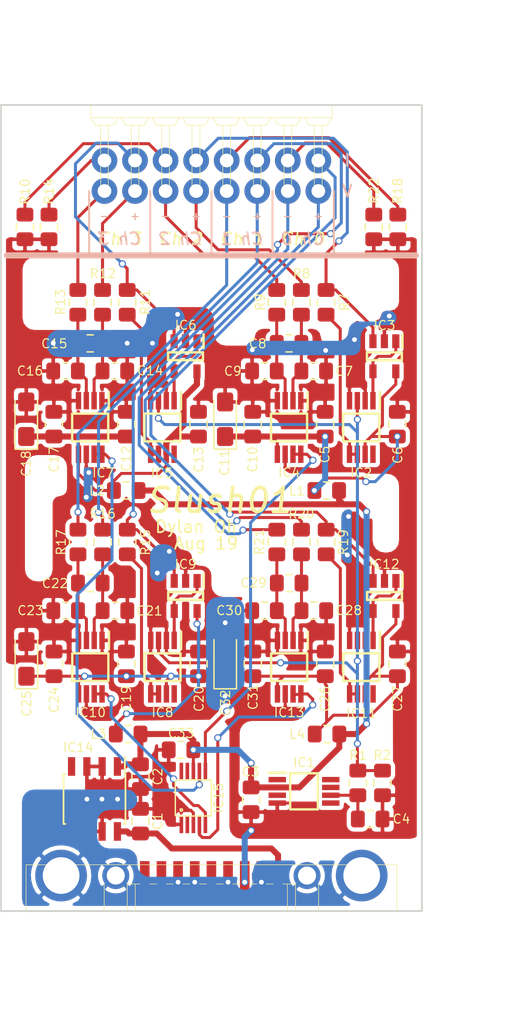
<source format=kicad_pcb>
(kicad_pcb (version 20171130) (host pcbnew "(5.1.4)-1")
  (layers (0 F.Cu signal) (31 B.Cu signal) (34 B.Paste user) (35 F.Paste user) (36 B.SilkS user) (37 F.SilkS user) (38 B.Mask user) (39 F.Mask user) (44 Edge.Cuts user))
  (net 0 "")
  (net 1 GND)
  (net 2 /Channel0/V+)
  (net 3 /Channel1/V+)
  (net 4 /Channel2/V+)
  (net 5 /Channel3/V+)
  (net 6 /Channel0/out)
  (net 7 /Channel1/out)
  (net 8 /Channel2/out)
  (net 9 /Channel3/out)
  (net 10 /Channel0/I+)
  (net 11 /Channel0/I-)
  (net 12 /Channel1/I+)
  (net 13 /Channel1/I-)
  (net 14 /Channel0/V-)
  (net 15 /Channel1/V-)
  (net 16 /Channel2/I+)
  (net 17 /Channel2/I-)
  (net 18 /Channel3/I+)
  (net 19 /Channel3/I-)
  (net 20 /Channel2/V-)
  (net 21 /Channel3/V-)
  (net 22 /Channel0/Vpower)
  (net 23 /Channel1/Vpower)
  (net 24 /Channel2/Vpower)
  (net 25 /Channel3/Vpower)
  (net 26 /Power)
  (net 27 /1V)
  (net 28 "Net-(C1-Pad1)")
  (net 29 GNDA)
  (net 30 "Net-(C4-Pad1)")
  (net 31 "Net-(C7-Pad2)")
  (net 32 "Net-(C8-Pad2)")
  (net 33 "Net-(C14-Pad2)")
  (net 34 "Net-(C15-Pad2)")
  (net 35 "Net-(C21-Pad2)")
  (net 36 "Net-(C22-Pad2)")
  (net 37 "Net-(C28-Pad2)")
  (net 38 "Net-(C29-Pad2)")
  (net 39 "Net-(IC2-Pad1)")
  (net 40 "Net-(IC2-Pad5)")
  (net 41 "Net-(IC5-Pad1)")
  (net 42 "Net-(IC5-Pad5)")
  (net 43 "Net-(IC8-Pad1)")
  (net 44 "Net-(IC8-Pad5)")
  (net 45 "Net-(IC11-Pad1)")
  (net 46 "Net-(IC11-Pad5)")
  (net 47 SDA)
  (net 48 SCL)
  (module Slush01:MSOP-8 (layer F.Cu) (at 82.465 104.727 270)
    (fp_text reference IC11 (at 3.843 -0.015 180) (layer F.SilkS) (effects (font (size 0.75 0.75) (thickness 0.1))))
    (fp_text value AD8276ARMZ hide)
    (pad 1 smd rect (at -2.225 -0.975) (size 0.45 1.45) (layers F.Cu F.Paste F.Mask) (net 45 "Net-(IC11-Pad1)") (clearance 0.05))
    (pad 2 smd rect (at -2.225 -0.325) (size 0.45 1.45) (layers F.Cu F.Paste F.Mask) (net 29 GNDA) (clearance 0.05))
    (pad 3 smd rect (at -2.225 0.325) (size 0.45 1.45) (layers F.Cu F.Paste F.Mask) (net 27 /1V) (clearance 0.05))
    (pad 4 smd rect (at -2.225 0.975) (size 0.45 1.45) (layers F.Cu F.Paste F.Mask) (net 29 GNDA) (clearance 0.05))
    (pad 5 smd rect (at 2.225 0.975) (size 0.45 1.45) (layers F.Cu F.Paste F.Mask) (net 46 "Net-(IC11-Pad5)") (clearance 0.05))
    (pad 6 smd rect (at 2.225 0.325) (size 0.45 1.45) (layers F.Cu F.Paste F.Mask) (net 46 "Net-(IC11-Pad5)") (clearance 0.05))
    (pad 7 smd rect (at 2.225 -0.325) (size 0.45 1.45) (layers F.Cu F.Paste F.Mask) (net 22 /Channel0/Vpower) (clearance 0.05))
    (pad 8 smd rect (at 2.225 -0.975) (size 0.45 1.45) (layers F.Cu F.Paste F.Mask) (clearance 0.05))
  )
  (module Slush01:SOIC-8 (layer F.Cu) (at 60.280784 115.683218 270)
    (fp_text reference IC14 (at -4.289218 1.356784) (layer F.SilkS) (effects (font (size 0.75 0.75) (thickness 0.1))))
    (fp_text value LM78L05)
    (pad 8 smd rect (at 2.7 -1.905 270) (size 1.55 0.6) (layers F.Cu F.Paste F.Mask) (net 28 "Net-(C1-Pad1)"))
    (pad 7 smd rect (at 2.7 -0.635 270) (size 1.55 0.6) (layers F.Cu F.Paste F.Mask) (net 1 GND))
    (pad 6 smd rect (at 2.7 0.635 270) (size 1.55 0.6) (layers F.Cu F.Paste F.Mask) (net 1 GND))
    (pad 5 smd rect (at 2.7 1.905 270) (size 1.55 0.6) (layers F.Cu F.Paste F.Mask))
    (pad 4 smd rect (at -2.7 1.905 270) (size 1.55 0.6) (layers F.Cu F.Paste F.Mask))
    (pad 3 smd rect (at -2.7 0.635 270) (size 1.55 0.6) (layers F.Cu F.Paste F.Mask) (net 1 GND))
    (pad 2 smd rect (at -2.7 -0.635 270) (size 1.55 0.6) (layers F.Cu F.Paste F.Mask) (net 1 GND))
    (pad 1 smd rect (at -2.7 -1.905 270) (size 1.55 0.6) (layers F.Cu F.Paste F.Mask) (net 26 /Power))
  )
  (module Slush01:TSOT-23-5 (layer F.Cu) (at 84.381 78.886 270)
    (fp_text reference IC3 (at -2.566 -0.009) (layer F.SilkS) (effects (font (size 0.75 0.75) (thickness 0.1))))
    (fp_text value AD8603AUJZ-R2 hide)
    (pad 5 smd rect (at 1.25 -0.95) (size 0.6 1.15) (layers F.Cu F.Paste F.Mask) (net 24 /Channel2/Vpower) (clearance 0.1))
    (pad 4 smd rect (at 1.25 0.95) (size 0.6 1.15) (layers F.Cu F.Paste F.Mask) (net 39 "Net-(IC2-Pad1)") (clearance 0.1))
    (pad 3 smd rect (at -1.25 0.95) (size 0.6 1.15) (layers F.Cu F.Paste F.Mask) (net 16 /Channel2/I+) (clearance 0.1))
    (pad 2 smd rect (at -1.25 0) (size 0.6 1.15) (layers F.Cu F.Paste F.Mask) (net 29 GNDA) (clearance 0.1))
    (pad 1 smd rect (at -1.25 -0.95) (size 0.6 1.15) (layers F.Cu F.Paste F.Mask) (net 39 "Net-(IC2-Pad1)") (clearance 0.1))
  )
  (module Slush01:TSOT-23-5 (layer F.Cu) (at 67.849 78.886 270)
    (fp_text reference IC6 (at -2.586 -0.021) (layer F.SilkS) (effects (font (size 0.75 0.75) (thickness 0.1))))
    (fp_text value AD8603AUJZ-R2 hide)
    (pad 5 smd rect (at 1.25 -0.95) (size 0.6 1.15) (layers F.Cu F.Paste F.Mask) (net 25 /Channel3/Vpower) (clearance 0.1))
    (pad 4 smd rect (at 1.25 0.95) (size 0.6 1.15) (layers F.Cu F.Paste F.Mask) (net 41 "Net-(IC5-Pad1)") (clearance 0.1))
    (pad 3 smd rect (at -1.25 0.95) (size 0.6 1.15) (layers F.Cu F.Paste F.Mask) (net 18 /Channel3/I+) (clearance 0.1))
    (pad 2 smd rect (at -1.25 0) (size 0.6 1.15) (layers F.Cu F.Paste F.Mask) (net 29 GNDA) (clearance 0.1))
    (pad 1 smd rect (at -1.25 -0.95) (size 0.6 1.15) (layers F.Cu F.Paste F.Mask) (net 41 "Net-(IC5-Pad1)") (clearance 0.1))
  )
  (module Slush01:TSOT-23-5 (layer F.Cu) (at 67.858 98.809 270)
    (fp_text reference IC9 (at -2.639 0) (layer F.SilkS) (effects (font (size 0.75 0.75) (thickness 0.1))))
    (fp_text value AD8603AUJZ-R2 hide)
    (pad 5 smd rect (at 1.25 -0.95) (size 0.6 1.15) (layers F.Cu F.Paste F.Mask) (net 23 /Channel1/Vpower) (clearance 0.1))
    (pad 4 smd rect (at 1.25 0.95) (size 0.6 1.15) (layers F.Cu F.Paste F.Mask) (net 43 "Net-(IC8-Pad1)") (clearance 0.1))
    (pad 3 smd rect (at -1.25 0.95) (size 0.6 1.15) (layers F.Cu F.Paste F.Mask) (net 12 /Channel1/I+) (clearance 0.1))
    (pad 2 smd rect (at -1.25 0) (size 0.6 1.15) (layers F.Cu F.Paste F.Mask) (net 29 GNDA) (clearance 0.1))
    (pad 1 smd rect (at -1.25 -0.95) (size 0.6 1.15) (layers F.Cu F.Paste F.Mask) (net 43 "Net-(IC8-Pad1)") (clearance 0.1))
  )
  (module Slush01:TSOT-23-5 (layer F.Cu) (at 84.39 98.809 270)
    (fp_text reference IC12 (at -2.639 0.02) (layer F.SilkS) (effects (font (size 0.75 0.75) (thickness 0.1))))
    (fp_text value AD8603AUJZ-R2 hide)
    (pad 5 smd rect (at 1.25 -0.95) (size 0.6 1.15) (layers F.Cu F.Paste F.Mask) (net 22 /Channel0/Vpower) (clearance 0.1))
    (pad 4 smd rect (at 1.25 0.95) (size 0.6 1.15) (layers F.Cu F.Paste F.Mask) (net 45 "Net-(IC11-Pad1)") (clearance 0.1))
    (pad 3 smd rect (at -1.25 0.95) (size 0.6 1.15) (layers F.Cu F.Paste F.Mask) (net 10 /Channel0/I+) (clearance 0.1))
    (pad 2 smd rect (at -1.25 0) (size 0.6 1.15) (layers F.Cu F.Paste F.Mask) (net 29 GNDA) (clearance 0.1))
    (pad 1 smd rect (at -1.25 -0.95) (size 0.6 1.15) (layers F.Cu F.Paste F.Mask) (net 45 "Net-(IC11-Pad1)") (clearance 0.1))
  )
  (module Resistor_SMD:R_0805_2012Metric_Pad1.15x1.40mm_HandSolder (layer F.Cu) (at 58.899 74.401 90)
    (fp_text reference R13 (at 0.011 -1.439 90) (layer F.SilkS) (effects (font (size 0.75 0.75) (thickness 0.1))))
    (fp_text value 100k)
    (pad 2 smd roundrect (at 1.025 0 90) (size 1.15 1.4) (layers F.Cu F.Paste F.Mask) (roundrect_rratio 0.217391) (net 21 /Channel3/V-))
    (pad 1 smd roundrect (at -1.025 0 90) (size 1.15 1.4) (layers F.Cu F.Paste F.Mask) (roundrect_rratio 0.217391) (net 34 "Net-(C15-Pad2)"))
  )
  (module Resistor_SMD:R_0805_2012Metric_Pad1.15x1.40mm_HandSolder (layer F.Cu) (at 60.949 74.401 90)
    (fp_text reference R12 (at 2.391 0.021 180) (layer F.SilkS) (effects (font (size 0.75 0.75) (thickness 0.1))))
    (fp_text value 100k)
    (pad 2 smd roundrect (at 1.025 0 90) (size 1.15 1.4) (layers F.Cu F.Paste F.Mask) (roundrect_rratio 0.217391) (net 5 /Channel3/V+))
    (pad 1 smd roundrect (at -1.025 0 90) (size 1.15 1.4) (layers F.Cu F.Paste F.Mask) (roundrect_rratio 0.217391) (net 33 "Net-(C14-Pad2)"))
  )
  (module Capacitor_SMD:C_0805_2012Metric_Pad1.15x1.40mm_HandSolder (layer F.Cu) (at 56.905 84.531 90)
    (fp_text reference C17 (at -2.919 0.015 90) (layer F.SilkS) (effects (font (size 0.75 0.75) (thickness 0.1))))
    (fp_text value 0.1uF)
    (pad 2 smd roundrect (at 1.025 0 90) (size 1.15 1.4) (layers F.Cu F.Paste F.Mask) (roundrect_rratio 0.217391) (net 29 GNDA))
    (pad 1 smd roundrect (at -1.025 0 90) (size 1.15 1.4) (layers F.Cu F.Paste F.Mask) (roundrect_rratio 0.217391) (net 25 /Channel3/Vpower))
  )
  (module Resistor_SMD:R_0805_2012Metric_Pad1.15x1.40mm_HandSolder (layer F.Cu) (at 62.999 74.401 90)
    (fp_text reference R11 (at 0.011 1.501 270) (layer F.SilkS) (effects (font (size 0.75 0.75) (thickness 0.1))))
    (fp_text value 100k)
    (pad 2 smd roundrect (at 1.025 0 90) (size 1.15 1.4) (layers F.Cu F.Paste F.Mask) (roundrect_rratio 0.217391) (net 18 /Channel3/I+))
    (pad 1 smd roundrect (at -1.025 0 90) (size 1.15 1.4) (layers F.Cu F.Paste F.Mask) (roundrect_rratio 0.217391) (net 42 "Net-(IC5-Pad5)"))
  )
  (module Capacitor_Tantalum_SMD:CP_EIA-3216-18_Kemet-A_Pad1.58x1.35mm_HandSolder (layer F.Cu) (at 54.609 84.1185 90)
    (fp_text reference C18 (at -3.6915 -0.009 90) (layer F.SilkS) (effects (font (size 0.75 0.75) (thickness 0.1))))
    (fp_text value 10uF)
    (pad 2 smd roundrect (at 1.4375 0 90) (size 1.575 1.35) (layers F.Cu F.Paste F.Mask) (roundrect_rratio 0.185185) (net 29 GNDA))
    (pad 1 smd roundrect (at -1.4375 0 90) (size 1.575 1.35) (layers F.Cu F.Paste F.Mask) (roundrect_rratio 0.185185) (net 25 /Channel3/Vpower))
  )
  (module Resistor_SMD:R_0805_2012Metric_Pad1.15x1.40mm_HandSolder (layer F.Cu) (at 79.531 74.401 90)
    (fp_text reference R7 (at 0.001 1.519 270) (layer F.SilkS) (effects (font (size 0.75 0.75) (thickness 0.1))))
    (fp_text value 100k)
    (pad 2 smd roundrect (at 1.025 0 90) (size 1.15 1.4) (layers F.Cu F.Paste F.Mask) (roundrect_rratio 0.217391) (net 16 /Channel2/I+))
    (pad 1 smd roundrect (at -1.025 0 90) (size 1.15 1.4) (layers F.Cu F.Paste F.Mask) (roundrect_rratio 0.217391) (net 40 "Net-(IC2-Pad5)"))
  )
  (module Capacitor_Tantalum_SMD:CP_EIA-3216-18_Kemet-A_Pad1.58x1.35mm_HandSolder (layer F.Cu) (at 71.141 84.1185 90)
    (fp_text reference C11 (at -3.6015 -0.051 90) (layer F.SilkS) (effects (font (size 0.75 0.75) (thickness 0.1))))
    (fp_text value 10uF)
    (pad 2 smd roundrect (at 1.4375 0 90) (size 1.575 1.35) (layers F.Cu F.Paste F.Mask) (roundrect_rratio 0.185185) (net 29 GNDA))
    (pad 1 smd roundrect (at -1.4375 0 90) (size 1.575 1.35) (layers F.Cu F.Paste F.Mask) (roundrect_rratio 0.185185) (net 24 /Channel2/Vpower))
  )
  (module Resistor_SMD:R_0805_2012Metric_Pad1.15x1.40mm_HandSolder (layer F.Cu) (at 77.481 74.401 90)
    (fp_text reference R8 (at 2.381 0.019 180) (layer F.SilkS) (effects (font (size 0.75 0.75) (thickness 0.1))))
    (fp_text value 100k)
    (pad 2 smd roundrect (at 1.025 0 90) (size 1.15 1.4) (layers F.Cu F.Paste F.Mask) (roundrect_rratio 0.217391) (net 4 /Channel2/V+))
    (pad 1 smd roundrect (at -1.025 0 90) (size 1.15 1.4) (layers F.Cu F.Paste F.Mask) (roundrect_rratio 0.217391) (net 31 "Net-(C7-Pad2)"))
  )
  (module Capacitor_SMD:C_0805_2012Metric_Pad1.15x1.40mm_HandSolder (layer F.Cu) (at 78.506 80.11 180)
    (fp_text reference C7 (at -2.534 -0.02 180) (layer F.SilkS) (effects (font (size 0.75 0.75) (thickness 0.1))))
    (fp_text value 0.1uF)
    (pad 2 smd roundrect (at 1.025 0 180) (size 1.15 1.4) (layers F.Cu F.Paste F.Mask) (roundrect_rratio 0.217391) (net 31 "Net-(C7-Pad2)"))
    (pad 1 smd roundrect (at -1.025 0 180) (size 1.15 1.4) (layers F.Cu F.Paste F.Mask) (roundrect_rratio 0.217391) (net 29 GNDA))
  )
  (module Capacitor_SMD:C_0805_2012Metric_Pad1.15x1.40mm_HandSolder (layer F.Cu) (at 76.456 77.814791 180)
    (fp_text reference C8 (at 2.606 -0.025209 180) (layer F.SilkS) (effects (font (size 0.75 0.75) (thickness 0.1))))
    (fp_text value "1uF 6.3V X7R 0805")
    (pad 2 smd roundrect (at 1.025 0 180) (size 1.15 1.4) (layers F.Cu F.Paste F.Mask) (roundrect_rratio 0.217391) (net 32 "Net-(C8-Pad2)"))
    (pad 1 smd roundrect (at -1.025 0 180) (size 1.15 1.4) (layers F.Cu F.Paste F.Mask) (roundrect_rratio 0.217391) (net 31 "Net-(C7-Pad2)"))
  )
  (module Resistor_SMD:R_0805_2012Metric_Pad1.15x1.40mm_HandSolder (layer F.Cu) (at 75.431 74.401 90)
    (fp_text reference R9 (at 0.011 -1.371 90) (layer F.SilkS) (effects (font (size 0.75 0.75) (thickness 0.1))))
    (fp_text value 100k)
    (pad 2 smd roundrect (at 1.025 0 90) (size 1.15 1.4) (layers F.Cu F.Paste F.Mask) (roundrect_rratio 0.217391) (net 20 /Channel2/V-))
    (pad 1 smd roundrect (at -1.025 0 90) (size 1.15 1.4) (layers F.Cu F.Paste F.Mask) (roundrect_rratio 0.217391) (net 32 "Net-(C8-Pad2)"))
  )
  (module Capacitor_SMD:C_0805_2012Metric_Pad1.15x1.40mm_HandSolder (layer F.Cu) (at 73.437 84.531 90)
    (fp_text reference C10 (at -2.929 -0.007 90) (layer F.SilkS) (effects (font (size 0.75 0.75) (thickness 0.1))))
    (fp_text value 0.1uF)
    (pad 2 smd roundrect (at 1.025 0 90) (size 1.15 1.4) (layers F.Cu F.Paste F.Mask) (roundrect_rratio 0.217391) (net 29 GNDA))
    (pad 1 smd roundrect (at -1.025 0 90) (size 1.15 1.4) (layers F.Cu F.Paste F.Mask) (roundrect_rratio 0.217391) (net 24 /Channel2/Vpower))
  )
  (module Capacitor_SMD:C_0805_2012Metric_Pad1.15x1.40mm_HandSolder (layer F.Cu) (at 79.456 84.531 90)
    (fp_text reference C5 (at -2.519 -0.02 90) (layer F.SilkS) (effects (font (size 0.75 0.75) (thickness 0.1))))
    (fp_text value 0.1uF)
    (pad 2 smd roundrect (at 1.025 0 90) (size 1.15 1.4) (layers F.Cu F.Paste F.Mask) (roundrect_rratio 0.217391) (net 29 GNDA))
    (pad 1 smd roundrect (at -1.025 0 90) (size 1.15 1.4) (layers F.Cu F.Paste F.Mask) (roundrect_rratio 0.217391) (net 24 /Channel2/Vpower))
  )
  (module Capacitor_SMD:C_0805_2012Metric_Pad1.15x1.40mm_HandSolder (layer F.Cu) (at 85.456 84.531 90)
    (fp_text reference C6 (at -2.569 0.034 90) (layer F.SilkS) (effects (font (size 0.75 0.75) (thickness 0.1))))
    (fp_text value 0.1uF)
    (pad 2 smd roundrect (at 1.025 0 90) (size 1.15 1.4) (layers F.Cu F.Paste F.Mask) (roundrect_rratio 0.217391) (net 29 GNDA))
    (pad 1 smd roundrect (at -1.025 0 90) (size 1.15 1.4) (layers F.Cu F.Paste F.Mask) (roundrect_rratio 0.217) (net 24 /Channel2/Vpower))
  )
  (module Capacitor_SMD:C_0805_2012Metric_Pad1.15x1.40mm_HandSolder (layer F.Cu) (at 74.406 80.11 180)
    (fp_text reference C9 (at 2.626 -0.01 180) (layer F.SilkS) (effects (font (size 0.75 0.75) (thickness 0.1))))
    (fp_text value 0.1uF)
    (pad 2 smd roundrect (at 1.025 0 180) (size 1.15 1.4) (layers F.Cu F.Paste F.Mask) (roundrect_rratio 0.217391) (net 29 GNDA))
    (pad 1 smd roundrect (at -1.025 0 180) (size 1.15 1.4) (layers F.Cu F.Paste F.Mask) (roundrect_rratio 0.217391) (net 32 "Net-(C8-Pad2)"))
  )
  (module Capacitor_SMD:C_0805_2012Metric_Pad1.15x1.40mm_HandSolder (layer F.Cu) (at 68.924 84.531 90)
    (fp_text reference C13 (at -2.939 0.016 90) (layer F.SilkS) (effects (font (size 0.75 0.75) (thickness 0.1))))
    (fp_text value 0.1uF)
    (pad 2 smd roundrect (at 1.025 0 90) (size 1.15 1.4) (layers F.Cu F.Paste F.Mask) (roundrect_rratio 0.217391) (net 29 GNDA))
    (pad 1 smd roundrect (at -1.025 0 90) (size 1.15 1.4) (layers F.Cu F.Paste F.Mask) (roundrect_rratio 0.217391) (net 25 /Channel3/Vpower))
  )
  (module Capacitor_SMD:C_0805_2012Metric_Pad1.15x1.40mm_HandSolder (layer F.Cu) (at 62.924 84.531 90)
    (fp_text reference C12 (at -2.879 0.006 90) (layer F.SilkS) (effects (font (size 0.75 0.75) (thickness 0.1))))
    (fp_text value 0.1uF)
    (pad 2 smd roundrect (at 1.025 0 90) (size 1.15 1.4) (layers F.Cu F.Paste F.Mask) (roundrect_rratio 0.217391) (net 29 GNDA))
    (pad 1 smd roundrect (at -1.025 0 90) (size 1.15 1.4) (layers F.Cu F.Paste F.Mask) (roundrect_rratio 0.217391) (net 25 /Channel3/Vpower))
  )
  (module Capacitor_SMD:C_0805_2012Metric_Pad1.15x1.40mm_HandSolder (layer F.Cu) (at 57.874 80.11 180)
    (fp_text reference C16 (at 2.954 0.01 180) (layer F.SilkS) (effects (font (size 0.75 0.75) (thickness 0.1))))
    (fp_text value 0.1uF)
    (pad 2 smd roundrect (at 1.025 0 180) (size 1.15 1.4) (layers F.Cu F.Paste F.Mask) (roundrect_rratio 0.217391) (net 29 GNDA))
    (pad 1 smd roundrect (at -1.025 0 180) (size 1.15 1.4) (layers F.Cu F.Paste F.Mask) (roundrect_rratio 0.217391) (net 34 "Net-(C15-Pad2)"))
  )
  (module Capacitor_SMD:C_0805_2012Metric_Pad1.15x1.40mm_HandSolder (layer F.Cu) (at 59.924 77.814791 180)
    (fp_text reference C15 (at 2.984 -0.025209 180) (layer F.SilkS) (effects (font (size 0.75 0.75) (thickness 0.1))))
    (fp_text value "1uF 6.3V X7R 0805")
    (pad 2 smd roundrect (at 1.025 0 180) (size 1.15 1.4) (layers F.Cu F.Paste F.Mask) (roundrect_rratio 0.217391) (net 34 "Net-(C15-Pad2)"))
    (pad 1 smd roundrect (at -1.025 0 180) (size 1.15 1.4) (layers F.Cu F.Paste F.Mask) (roundrect_rratio 0.217391) (net 33 "Net-(C14-Pad2)"))
  )
  (module Capacitor_SMD:C_0805_2012Metric_Pad1.15x1.40mm_HandSolder (layer F.Cu) (at 61.974 80.11 180)
    (fp_text reference C14 (at -2.936 0.03 180) (layer F.SilkS) (effects (font (size 0.75 0.75) (thickness 0.1))))
    (fp_text value 0.1uF)
    (pad 2 smd roundrect (at 1.025 0 180) (size 1.15 1.4) (layers F.Cu F.Paste F.Mask) (roundrect_rratio 0.217391) (net 33 "Net-(C14-Pad2)"))
    (pad 1 smd roundrect (at -1.025 0 180) (size 1.15 1.4) (layers F.Cu F.Paste F.Mask) (roundrect_rratio 0.217391) (net 29 GNDA))
  )
  (module Capacitor_SMD:C_0805_2012Metric_Pad1.15x1.40mm_HandSolder (layer F.Cu) (at 78.515 100.033 180)
    (fp_text reference C28 (at -2.915 0.023 180) (layer F.SilkS) (effects (font (size 0.75 0.75) (thickness 0.1))))
    (fp_text value 0.1uF)
    (pad 2 smd roundrect (at 1.025 0 180) (size 1.15 1.4) (layers F.Cu F.Paste F.Mask) (roundrect_rratio 0.217391) (net 37 "Net-(C28-Pad2)"))
    (pad 1 smd roundrect (at -1.025 0 180) (size 1.15 1.4) (layers F.Cu F.Paste F.Mask) (roundrect_rratio 0.217391) (net 29 GNDA))
  )
  (module Resistor_SMD:R_0805_2012Metric_Pad1.15x1.40mm_HandSolder (layer F.Cu) (at 75.44 94.324 90)
    (fp_text reference R21 (at 0.004 -1.45 90) (layer F.SilkS) (effects (font (size 0.75 0.75) (thickness 0.1))))
    (fp_text value 100k)
    (pad 2 smd roundrect (at 1.025 0 90) (size 1.15 1.4) (layers F.Cu F.Paste F.Mask) (roundrect_rratio 0.217391) (net 14 /Channel0/V-))
    (pad 1 smd roundrect (at -1.025 0 90) (size 1.15 1.4) (layers F.Cu F.Paste F.Mask) (roundrect_rratio 0.217391) (net 38 "Net-(C29-Pad2)"))
  )
  (module Resistor_SMD:R_0805_2012Metric_Pad1.15x1.40mm_HandSolder (layer F.Cu) (at 77.49 94.324 90)
    (fp_text reference R20 (at 2.334 -0.01 180) (layer F.SilkS) (effects (font (size 0.75 0.75) (thickness 0.1))))
    (fp_text value 100k)
    (pad 2 smd roundrect (at 1.025 0 90) (size 1.15 1.4) (layers F.Cu F.Paste F.Mask) (roundrect_rratio 0.217391) (net 2 /Channel0/V+))
    (pad 1 smd roundrect (at -1.025 0 90) (size 1.15 1.4) (layers F.Cu F.Paste F.Mask) (roundrect_rratio 0.217391) (net 37 "Net-(C28-Pad2)"))
  )
  (module Capacitor_SMD:C_0805_2012Metric_Pad1.15x1.40mm_HandSolder (layer F.Cu) (at 73.446 104.454 90)
    (fp_text reference C31 (at -2.746 0.014 90) (layer F.SilkS) (effects (font (size 0.75 0.75) (thickness 0.1))))
    (fp_text value 0.1uF)
    (pad 2 smd roundrect (at 1.025 0 90) (size 1.15 1.4) (layers F.Cu F.Paste F.Mask) (roundrect_rratio 0.217391) (net 29 GNDA))
    (pad 1 smd roundrect (at -1.025 0 90) (size 1.15 1.4) (layers F.Cu F.Paste F.Mask) (roundrect_rratio 0.217391) (net 22 /Channel0/Vpower))
  )
  (module Resistor_SMD:R_0805_2012Metric_Pad1.15x1.40mm_HandSolder (layer F.Cu) (at 79.54 94.324 90)
    (fp_text reference R19 (at -0.025 1.44 270) (layer F.SilkS) (effects (font (size 0.75 0.75) (thickness 0.1))))
    (fp_text value 100k)
    (pad 2 smd roundrect (at 1.025 0 90) (size 1.15 1.4) (layers F.Cu F.Paste F.Mask) (roundrect_rratio 0.217391) (net 10 /Channel0/I+))
    (pad 1 smd roundrect (at -1.025 0 90) (size 1.15 1.4) (layers F.Cu F.Paste F.Mask) (roundrect_rratio 0.217391) (net 46 "Net-(IC11-Pad5)"))
  )
  (module Capacitor_Tantalum_SMD:CP_EIA-3216-18_Kemet-A_Pad1.58x1.35mm_HandSolder (layer F.Cu) (at 71.15 104.0415 90)
    (fp_text reference C32 (at -3.6485 0.02 90) (layer F.SilkS) (effects (font (size 0.75 0.75) (thickness 0.1))))
    (fp_text value 10uF)
    (pad 2 smd roundrect (at 1.4375 0 90) (size 1.575 1.35) (layers F.Cu F.Paste F.Mask) (roundrect_rratio 0.185185) (net 29 GNDA))
    (pad 1 smd roundrect (at -1.4375 0 90) (size 1.575 1.35) (layers F.Cu F.Paste F.Mask) (roundrect_rratio 0.185185) (net 22 /Channel0/Vpower))
  )
  (module Capacitor_SMD:C_0805_2012Metric_Pad1.15x1.40mm_HandSolder (layer F.Cu) (at 85.465 104.454 90)
    (fp_text reference C27 (at -2.896 0.005 90) (layer F.SilkS) (effects (font (size 0.75 0.75) (thickness 0.1))))
    (fp_text value 0.1uF)
    (pad 2 smd roundrect (at 1.025 0 90) (size 1.15 1.4) (layers F.Cu F.Paste F.Mask) (roundrect_rratio 0.217391) (net 29 GNDA))
    (pad 1 smd roundrect (at -1.025 0 90) (size 1.15 1.4) (layers F.Cu F.Paste F.Mask) (roundrect_rratio 0.217391) (net 22 /Channel0/Vpower))
  )
  (module Capacitor_SMD:C_0805_2012Metric_Pad1.15x1.40mm_HandSolder (layer F.Cu) (at 79.465 104.454 90)
    (fp_text reference C26 (at -2.916 -0.015 90) (layer F.SilkS) (effects (font (size 0.75 0.75) (thickness 0.1))))
    (fp_text value 0.1uF)
    (pad 2 smd roundrect (at 1.025 0 90) (size 1.15 1.4) (layers F.Cu F.Paste F.Mask) (roundrect_rratio 0.217391) (net 29 GNDA))
    (pad 1 smd roundrect (at -1.025 0 90) (size 1.15 1.4) (layers F.Cu F.Paste F.Mask) (roundrect_rratio 0.217391) (net 22 /Channel0/Vpower))
  )
  (module Capacitor_SMD:C_0805_2012Metric_Pad1.15x1.40mm_HandSolder (layer F.Cu) (at 74.415 100.033 180)
    (fp_text reference C30 (at 2.925 0.013 180) (layer F.SilkS) (effects (font (size 0.75 0.75) (thickness 0.1))))
    (fp_text value 0.1uF)
    (pad 2 smd roundrect (at 1.025 0 180) (size 1.15 1.4) (layers F.Cu F.Paste F.Mask) (roundrect_rratio 0.217391) (net 29 GNDA))
    (pad 1 smd roundrect (at -1.025 0 180) (size 1.15 1.4) (layers F.Cu F.Paste F.Mask) (roundrect_rratio 0.217391) (net 38 "Net-(C29-Pad2)"))
  )
  (module Capacitor_SMD:C_0805_2012Metric_Pad1.15x1.40mm_HandSolder (layer F.Cu) (at 76.465 97.737791 180)
    (fp_text reference C29 (at 2.965 0.017791 180) (layer F.SilkS) (effects (font (size 0.75 0.75) (thickness 0.1))))
    (fp_text value "1uF 6.3V X7R 0805")
    (pad 2 smd roundrect (at 1.025 0 180) (size 1.15 1.4) (layers F.Cu F.Paste F.Mask) (roundrect_rratio 0.217391) (net 38 "Net-(C29-Pad2)"))
    (pad 1 smd roundrect (at -1.025 0 180) (size 1.15 1.4) (layers F.Cu F.Paste F.Mask) (roundrect_rratio 0.217391) (net 37 "Net-(C28-Pad2)"))
  )
  (module Capacitor_SMD:C_0805_2012Metric_Pad1.15x1.40mm_HandSolder (layer F.Cu) (at 64.1 117.53 90)
    (fp_text reference C1 (at -0.002782 1.445216 90) (layer F.SilkS) (effects (font (size 0.75 0.75) (thickness 0.1))))
    (fp_text value 0.33uF)
    (pad 2 smd roundrect (at 1.025 0 90) (size 1.15 1.4) (layers F.Cu F.Paste F.Mask) (roundrect_rratio 0.217391) (net 1 GND))
    (pad 1 smd roundrect (at -1.025 0 90) (size 1.15 1.4) (layers F.Cu F.Paste F.Mask) (roundrect_rratio 0.217391) (net 28 "Net-(C1-Pad1)"))
  )
  (module Capacitor_SMD:C_0805_2012Metric_Pad1.15x1.40mm_HandSolder (layer F.Cu) (at 64.1 113.83 270)
    (fp_text reference C2 (at -0.006218 -1.441216 90) (layer F.SilkS) (effects (font (size 0.75 0.75) (thickness 0.1))))
    (fp_text value 0.01uF)
    (pad 2 smd roundrect (at 1.025 0 270) (size 1.15 1.4) (layers F.Cu F.Paste F.Mask) (roundrect_rratio 0.217391) (net 1 GND))
    (pad 1 smd roundrect (at -1.025 0 270) (size 1.15 1.4) (layers F.Cu F.Paste F.Mask) (roundrect_rratio 0.217391) (net 26 /Power))
  )
  (module Capacitor_SMD:C_0805_2012Metric_Pad1.15x1.40mm_HandSolder (layer F.Cu) (at 73.3 115.75 270)
    (fp_text reference C3 (at -2.323 0.034) (layer F.SilkS) (effects (font (size 0.75 0.75) (thickness 0.1))))
    (fp_text value 0.1uF)
    (pad 2 smd roundrect (at 1.025 0 270) (size 1.15 1.4) (layers F.Cu F.Paste F.Mask) (roundrect_rratio 0.217391) (net 29 GNDA))
    (pad 1 smd roundrect (at -1.025 0 270) (size 1.15 1.4) (layers F.Cu F.Paste F.Mask) (roundrect_rratio 0.217391) (net 26 /Power))
  )
  (module Capacitor_SMD:C_0805_2012Metric_Pad1.15x1.40mm_HandSolder (layer F.Cu) (at 83.2 117.35)
    (fp_text reference C4 (at 2.6 0) (layer F.SilkS) (effects (font (size 0.75 0.75) (thickness 0.1))))
    (fp_text value 0.1uF)
    (pad 2 smd roundrect (at 1.025 0) (size 1.15 1.4) (layers F.Cu F.Paste F.Mask) (roundrect_rratio 0.217391) (net 29 GNDA))
    (pad 1 smd roundrect (at -1.025 0) (size 1.15 1.4) (layers F.Cu F.Paste F.Mask) (roundrect_rratio 0.217391) (net 30 "Net-(C4-Pad1)"))
  )
  (module Capacitor_SMD:C_0805_2012Metric_Pad1.15x1.40mm_HandSolder (layer F.Cu) (at 62.933 104.454 90)
    (fp_text reference C19 (at -2.886 -0.003 90) (layer F.SilkS) (effects (font (size 0.75 0.75) (thickness 0.1))))
    (fp_text value 0.1uF)
    (pad 2 smd roundrect (at 1.025 0 90) (size 1.15 1.4) (layers F.Cu F.Paste F.Mask) (roundrect_rratio 0.217391) (net 29 GNDA))
    (pad 1 smd roundrect (at -1.025 0 90) (size 1.15 1.4) (layers F.Cu F.Paste F.Mask) (roundrect_rratio 0.217391) (net 23 /Channel1/Vpower))
  )
  (module Capacitor_SMD:C_0805_2012Metric_Pad1.15x1.40mm_HandSolder (layer F.Cu) (at 68.933 104.454 90)
    (fp_text reference C20 (at -2.906 0.037 90) (layer F.SilkS) (effects (font (size 0.75 0.75) (thickness 0.1))))
    (fp_text value 0.1uF)
    (pad 2 smd roundrect (at 1.025 0 90) (size 1.15 1.4) (layers F.Cu F.Paste F.Mask) (roundrect_rratio 0.217391) (net 29 GNDA))
    (pad 1 smd roundrect (at -1.025 0 90) (size 1.15 1.4) (layers F.Cu F.Paste F.Mask) (roundrect_rratio 0.217) (net 23 /Channel1/Vpower))
  )
  (module Capacitor_SMD:C_0805_2012Metric_Pad1.15x1.40mm_HandSolder (layer F.Cu) (at 61.983 100.033 180)
    (fp_text reference C21 (at -2.867 -0.017 180) (layer F.SilkS) (effects (font (size 0.75 0.75) (thickness 0.1))))
    (fp_text value 0.1uF)
    (pad 2 smd roundrect (at 1.025 0 180) (size 1.15 1.4) (layers F.Cu F.Paste F.Mask) (roundrect_rratio 0.217391) (net 35 "Net-(C21-Pad2)"))
    (pad 1 smd roundrect (at -1.025 0 180) (size 1.15 1.4) (layers F.Cu F.Paste F.Mask) (roundrect_rratio 0.217391) (net 29 GNDA))
  )
  (module Capacitor_SMD:C_0805_2012Metric_Pad1.15x1.40mm_HandSolder (layer F.Cu) (at 59.933 97.737791 180)
    (fp_text reference C22 (at 2.933 -0.032209 180) (layer F.SilkS) (effects (font (size 0.75 0.75) (thickness 0.1))))
    (fp_text value "1uF 6.3V X7R 0805")
    (pad 2 smd roundrect (at 1.025 0 180) (size 1.15 1.4) (layers F.Cu F.Paste F.Mask) (roundrect_rratio 0.217391) (net 36 "Net-(C22-Pad2)"))
    (pad 1 smd roundrect (at -1.025 0 180) (size 1.15 1.4) (layers F.Cu F.Paste F.Mask) (roundrect_rratio 0.217391) (net 35 "Net-(C21-Pad2)"))
  )
  (module Capacitor_SMD:C_0805_2012Metric_Pad1.15x1.40mm_HandSolder (layer F.Cu) (at 57.883 100.033 180)
    (fp_text reference C23 (at 2.923 0.013 180) (layer F.SilkS) (effects (font (size 0.75 0.75) (thickness 0.1))))
    (fp_text value 0.1uF)
    (pad 2 smd roundrect (at 1.025 0 180) (size 1.15 1.4) (layers F.Cu F.Paste F.Mask) (roundrect_rratio 0.217391) (net 29 GNDA))
    (pad 1 smd roundrect (at -1.025 0 180) (size 1.15 1.4) (layers F.Cu F.Paste F.Mask) (roundrect_rratio 0.217391) (net 36 "Net-(C22-Pad2)"))
  )
  (module Capacitor_SMD:C_0805_2012Metric_Pad1.15x1.40mm_HandSolder (layer F.Cu) (at 56.914 104.454 90)
    (fp_text reference C24 (at -2.986 0.016 90) (layer F.SilkS) (effects (font (size 0.75 0.75) (thickness 0.1))))
    (fp_text value 0.1uF)
    (pad 2 smd roundrect (at 1.025 0 90) (size 1.15 1.4) (layers F.Cu F.Paste F.Mask) (roundrect_rratio 0.217391) (net 29 GNDA))
    (pad 1 smd roundrect (at -1.025 0 90) (size 1.15 1.4) (layers F.Cu F.Paste F.Mask) (roundrect_rratio 0.217391) (net 23 /Channel1/Vpower))
  )
  (module Capacitor_Tantalum_SMD:CP_EIA-3216-18_Kemet-A_Pad1.58x1.35mm_HandSolder (layer F.Cu) (at 54.618 104.0415 90)
    (fp_text reference C25 (at -3.7185 0.022 90) (layer F.SilkS) (effects (font (size 0.75 0.75) (thickness 0.1))))
    (fp_text value 10uF)
    (pad 2 smd roundrect (at 1.4375 0 90) (size 1.575 1.35) (layers F.Cu F.Paste F.Mask) (roundrect_rratio 0.185185) (net 29 GNDA))
    (pad 1 smd roundrect (at -1.4375 0 90) (size 1.575 1.35) (layers F.Cu F.Paste F.Mask) (roundrect_rratio 0.185185) (net 23 /Channel1/Vpower))
  )
  (module Inductor_SMD:L_0805_2012Metric_Pad1.15x1.40mm_HandSolder (layer F.Cu) (at 79.588 90.044 180)
    (fp_text reference L1 (at 2.478 -0.036 180) (layer F.SilkS) (effects (font (size 0.75 0.75) (thickness 0.1))))
    (fp_text value "MMZ2012Y152B ")
    (pad 2 smd roundrect (at 1.025 0 180) (size 1.15 1.4) (layers F.Cu F.Paste F.Mask) (roundrect_rratio 0.217391) (net 24 /Channel2/Vpower))
    (pad 1 smd roundrect (at -1.025 0 180) (size 1.15 1.4) (layers F.Cu F.Paste F.Mask) (roundrect_rratio 0.217391) (net 26 /Power))
  )
  (module Inductor_SMD:L_0805_2012Metric_Pad1.15x1.40mm_HandSolder (layer F.Cu) (at 62.917 90.044 180)
    (fp_text reference L2 (at 2.427 -0.016 180) (layer F.SilkS) (effects (font (size 0.75 0.75) (thickness 0.1))))
    (fp_text value "MMZ2012Y152B ")
    (pad 2 smd roundrect (at 1.025 0 180) (size 1.15 1.4) (layers F.Cu F.Paste F.Mask) (roundrect_rratio 0.217391) (net 25 /Channel3/Vpower))
    (pad 1 smd roundrect (at -1.025 0 180) (size 1.15 1.4) (layers F.Cu F.Paste F.Mask) (roundrect_rratio 0.217391) (net 26 /Power))
  )
  (module Inductor_SMD:L_0805_2012Metric_Pad1.15x1.40mm_HandSolder (layer F.Cu) (at 63.078 110.287 180)
    (fp_text reference L3 (at 2.468 -0.013 180) (layer F.SilkS) (effects (font (size 0.75 0.75) (thickness 0.1))))
    (fp_text value "MMZ2012Y152B ")
    (pad 2 smd roundrect (at 1.025 0 180) (size 1.15 1.4) (layers F.Cu F.Paste F.Mask) (roundrect_rratio 0.217391) (net 23 /Channel1/Vpower))
    (pad 1 smd roundrect (at -1.025 0 180) (size 1.15 1.4) (layers F.Cu F.Paste F.Mask) (roundrect_rratio 0.217391) (net 26 /Power))
  )
  (module Inductor_SMD:L_0805_2012Metric_Pad1.15x1.40mm_HandSolder (layer F.Cu) (at 79.61 110.287 180)
    (fp_text reference L4 (at 2.47 -0.023 180) (layer F.SilkS) (effects (font (size 0.75 0.75) (thickness 0.1))))
    (fp_text value "MMZ2012Y152B ")
    (pad 2 smd roundrect (at 1.025 0 180) (size 1.15 1.4) (layers F.Cu F.Paste F.Mask) (roundrect_rratio 0.217391) (net 22 /Channel0/Vpower))
    (pad 1 smd roundrect (at -1.025 0 180) (size 1.15 1.4) (layers F.Cu F.Paste F.Mask) (roundrect_rratio 0.217391) (net 26 /Power))
  )
  (module Resistor_SMD:R_0805_2012Metric_Pad1.15x1.40mm_HandSolder (layer F.Cu) (at 82.175 114.35 90)
    (fp_text reference R1 (at 2.3 0.025 180) (layer F.SilkS) (effects (font (size 0.75 0.75) (thickness 0.1))))
    (fp_text value 1050)
    (pad 2 smd roundrect (at 1.025 0 90) (size 1.15 1.4) (layers F.Cu F.Paste F.Mask) (roundrect_rratio 0.217391) (net 27 /1V))
    (pad 1 smd roundrect (at -1.025 0 90) (size 1.15 1.4) (layers F.Cu F.Paste F.Mask) (roundrect_rratio 0.217391) (net 30 "Net-(C4-Pad1)"))
  )
  (module Resistor_SMD:R_0805_2012Metric_Pad1.15x1.40mm_HandSolder (layer F.Cu) (at 84.225 114.35 270)
    (fp_text reference R2 (at -2.3 0.024) (layer F.SilkS) (effects (font (size 0.75 0.75) (thickness 0.1))))
    (fp_text value 1K)
    (pad 2 smd roundrect (at 1.025 0 270) (size 1.15 1.4) (layers F.Cu F.Paste F.Mask) (roundrect_rratio 0.217391) (net 29 GNDA))
    (pad 1 smd roundrect (at -1.025 0 270) (size 1.15 1.4) (layers F.Cu F.Paste F.Mask) (roundrect_rratio 0.217391) (net 27 /1V))
  )
  (module Resistor_SMD:R_0805_2012Metric_Pad1.15x1.40mm_HandSolder (layer F.Cu) (at 54.5 68.135 270)
    (fp_text reference R10 (at -2.935 -0.01 270) (layer F.SilkS) (effects (font (size 0.75 0.75) (thickness 0.1))))
    (fp_text value 10k)
    (pad 2 smd roundrect (at 1.025 0 270) (size 1.15 1.4) (layers F.Cu F.Paste F.Mask) (roundrect_rratio 0.217391) (net 29 GNDA))
    (pad 1 smd roundrect (at -1.025 0 270) (size 1.15 1.4) (layers F.Cu F.Paste F.Mask) (roundrect_rratio 0.217391) (net 17 /Channel2/I-))
  )
  (module Resistor_SMD:R_0805_2012Metric_Pad1.15x1.40mm_HandSolder (layer F.Cu) (at 56.5 68.135 270)
    (fp_text reference R14 (at -2.955 0 270) (layer F.SilkS) (effects (font (size 0.75 0.75) (thickness 0.1))))
    (fp_text value 10k)
    (pad 2 smd roundrect (at 1.025 0 270) (size 1.15 1.4) (layers F.Cu F.Paste F.Mask) (roundrect_rratio 0.217391) (net 29 GNDA))
    (pad 1 smd roundrect (at -1.025 0 270) (size 1.15 1.4) (layers F.Cu F.Paste F.Mask) (roundrect_rratio 0.217391) (net 19 /Channel3/I-))
  )
  (module Resistor_SMD:R_0805_2012Metric_Pad1.15x1.40mm_HandSolder (layer F.Cu) (at 63.008 94.324 90)
    (fp_text reference R15 (at -0.036 1.512 270) (layer F.SilkS) (effects (font (size 0.75 0.75) (thickness 0.1))))
    (fp_text value 100k)
    (pad 2 smd roundrect (at 1.025 0 90) (size 1.15 1.4) (layers F.Cu F.Paste F.Mask) (roundrect_rratio 0.217391) (net 12 /Channel1/I+))
    (pad 1 smd roundrect (at -1.025 0 90) (size 1.15 1.4) (layers F.Cu F.Paste F.Mask) (roundrect_rratio 0.217391) (net 44 "Net-(IC8-Pad5)"))
  )
  (module Resistor_SMD:R_0805_2012Metric_Pad1.15x1.40mm_HandSolder (layer F.Cu) (at 60.958 94.324 90)
    (fp_text reference R16 (at 2.344 0.008 180) (layer F.SilkS) (effects (font (size 0.75 0.75) (thickness 0.1))))
    (fp_text value 100k)
    (pad 2 smd roundrect (at 1.025 0 90) (size 1.15 1.4) (layers F.Cu F.Paste F.Mask) (roundrect_rratio 0.217391) (net 3 /Channel1/V+))
    (pad 1 smd roundrect (at -1.025 0 90) (size 1.15 1.4) (layers F.Cu F.Paste F.Mask) (roundrect_rratio 0.217391) (net 35 "Net-(C21-Pad2)"))
  )
  (module Resistor_SMD:R_0805_2012Metric_Pad1.15x1.40mm_HandSolder (layer F.Cu) (at 58.908 94.324 90)
    (fp_text reference R17 (at -0.026 -1.398 90) (layer F.SilkS) (effects (font (size 0.75 0.75) (thickness 0.1))))
    (fp_text value 100k)
    (pad 2 smd roundrect (at 1.025 0 90) (size 1.15 1.4) (layers F.Cu F.Paste F.Mask) (roundrect_rratio 0.217391) (net 15 /Channel1/V-))
    (pad 1 smd roundrect (at -1.025 0 90) (size 1.15 1.4) (layers F.Cu F.Paste F.Mask) (roundrect_rratio 0.217391) (net 36 "Net-(C22-Pad2)"))
  )
  (module Resistor_SMD:R_0805_2012Metric_Pad1.15x1.40mm_HandSolder (layer F.Cu) (at 85.5 68.135 270)
    (fp_text reference R18 (at -2.995 0.01 270) (layer F.SilkS) (effects (font (size 0.75 0.75) (thickness 0.1))))
    (fp_text value 10k)
    (pad 2 smd roundrect (at 1.025 0 270) (size 1.15 1.4) (layers F.Cu F.Paste F.Mask) (roundrect_rratio 0.217391) (net 29 GNDA))
    (pad 1 smd roundrect (at -1.025 0 270) (size 1.15 1.4) (layers F.Cu F.Paste F.Mask) (roundrect_rratio 0.217391) (net 13 /Channel1/I-))
  )
  (module Resistor_SMD:R_0805_2012Metric_Pad1.15x1.40mm_HandSolder (layer F.Cu) (at 83.5 68.135 270)
    (fp_text reference R22 (at -3.005 -0.01 270) (layer F.SilkS) (effects (font (size 0.75 0.75) (thickness 0.1))))
    (fp_text value 10k)
    (pad 2 smd roundrect (at 1.025 0 270) (size 1.15 1.4) (layers F.Cu F.Paste F.Mask) (roundrect_rratio 0.217391) (net 29 GNDA))
    (pad 1 smd roundrect (at -1.025 0 270) (size 1.15 1.4) (layers F.Cu F.Paste F.Mask) (roundrect_rratio 0.217391) (net 11 /Channel0/I-))
  )
  (module Slush01:MSOP-8 (layer F.Cu) (at 77.7 115.05)
    (fp_text reference IC1 (at 0 -2.4 -180) (layer F.SilkS) (effects (font (size 0.75 0.75) (thickness 0.1))))
    (fp_text value ADR440ARMZ hide)
    (pad 1 smd rect (at -2.225 -0.975 90) (size 0.45 1.45) (layers F.Cu F.Paste F.Mask) (clearance 0.05))
    (pad 2 smd rect (at -2.225 -0.325 90) (size 0.45 1.45) (layers F.Cu F.Paste F.Mask) (net 26 /Power) (clearance 0.05))
    (pad 3 smd rect (at -2.225 0.325 90) (size 0.45 1.45) (layers F.Cu F.Paste F.Mask) (clearance 0.05))
    (pad 4 smd rect (at -2.225 0.975 90) (size 0.45 1.45) (layers F.Cu F.Paste F.Mask) (net 29 GNDA) (clearance 0.05))
    (pad 5 smd rect (at 2.225 0.975 90) (size 0.45 1.45) (layers F.Cu F.Paste F.Mask) (clearance 0.05))
    (pad 6 smd rect (at 2.225 0.325 90) (size 0.45 1.45) (layers F.Cu F.Paste F.Mask) (net 30 "Net-(C4-Pad1)") (clearance 0.05))
    (pad 7 smd rect (at 2.225 -0.325 90) (size 0.45 1.45) (layers F.Cu F.Paste F.Mask) (clearance 0.05))
    (pad 8 smd rect (at 2.225 -0.975 90) (size 0.45 1.45) (layers F.Cu F.Paste F.Mask) (clearance 0.05))
  )
  (module Slush01:MSOP-8 (layer F.Cu) (at 82.456 84.804 270)
    (fp_text reference IC2 (at 3.766 0.006) (layer F.SilkS) (effects (font (size 0.75 0.75) (thickness 0.1))))
    (fp_text value AD8276ARMZ hide)
    (pad 1 smd rect (at -2.225 -0.975) (size 0.45 1.45) (layers F.Cu F.Paste F.Mask) (net 39 "Net-(IC2-Pad1)") (clearance 0.05))
    (pad 2 smd rect (at -2.225 -0.325) (size 0.45 1.45) (layers F.Cu F.Paste F.Mask) (net 29 GNDA) (clearance 0.05))
    (pad 3 smd rect (at -2.225 0.325) (size 0.45 1.45) (layers F.Cu F.Paste F.Mask) (net 27 /1V) (clearance 0.05))
    (pad 4 smd rect (at -2.225 0.975) (size 0.45 1.45) (layers F.Cu F.Paste F.Mask) (net 29 GNDA) (clearance 0.05))
    (pad 5 smd rect (at 2.225 0.975) (size 0.45 1.45) (layers F.Cu F.Paste F.Mask) (net 40 "Net-(IC2-Pad5)") (clearance 0.05))
    (pad 6 smd rect (at 2.225 0.325) (size 0.45 1.45) (layers F.Cu F.Paste F.Mask) (net 40 "Net-(IC2-Pad5)") (clearance 0.05))
    (pad 7 smd rect (at 2.225 -0.325) (size 0.45 1.45) (layers F.Cu F.Paste F.Mask) (net 24 /Channel2/Vpower) (clearance 0.05))
    (pad 8 smd rect (at 2.225 -0.975) (size 0.45 1.45) (layers F.Cu F.Paste F.Mask) (clearance 0.05))
  )
  (module Slush01:MSOP-8 (layer F.Cu) (at 76.456 84.804 270)
    (fp_text reference IC4 (at 3.746 -0.004) (layer F.SilkS) (effects (font (size 0.75 0.75) (thickness 0.1))))
    (fp_text value AD8237ARMZ hide)
    (pad 1 smd rect (at -2.225 -0.975) (size 0.45 1.45) (layers F.Cu F.Paste F.Mask) (net 29 GNDA) (clearance 0.05))
    (pad 2 smd rect (at -2.225 -0.325) (size 0.45 1.45) (layers F.Cu F.Paste F.Mask) (net 31 "Net-(C7-Pad2)") (clearance 0.05))
    (pad 3 smd rect (at -2.225 0.325) (size 0.45 1.45) (layers F.Cu F.Paste F.Mask) (net 32 "Net-(C8-Pad2)") (clearance 0.05))
    (pad 4 smd rect (at -2.225 0.975) (size 0.45 1.45) (layers F.Cu F.Paste F.Mask) (net 29 GNDA) (clearance 0.05))
    (pad 5 smd rect (at 2.225 0.975) (size 0.45 1.45) (layers F.Cu F.Paste F.Mask) (net 24 /Channel2/Vpower) (clearance 0.05))
    (pad 6 smd rect (at 2.225 0.325) (size 0.45 1.45) (layers F.Cu F.Paste F.Mask) (net 29 GNDA) (clearance 0.05))
    (pad 7 smd rect (at 2.225 -0.325) (size 0.45 1.45) (layers F.Cu F.Paste F.Mask) (net 8 /Channel2/out) (clearance 0.05))
    (pad 8 smd rect (at 2.225 -0.975) (size 0.45 1.45) (layers F.Cu F.Paste F.Mask) (net 8 /Channel2/out) (clearance 0.05))
  )
  (module Slush01:MSOP-8 (layer F.Cu) (at 65.924 84.804 270)
    (fp_text reference IC5 (at 3.786 0.044) (layer F.SilkS) (effects (font (size 0.75 0.75) (thickness 0.1))))
    (fp_text value AD8276ARMZ hide)
    (pad 1 smd rect (at -2.225 -0.975) (size 0.45 1.45) (layers F.Cu F.Paste F.Mask) (net 41 "Net-(IC5-Pad1)") (clearance 0.05))
    (pad 2 smd rect (at -2.225 -0.325) (size 0.45 1.45) (layers F.Cu F.Paste F.Mask) (net 29 GNDA) (clearance 0.05))
    (pad 3 smd rect (at -2.225 0.325) (size 0.45 1.45) (layers F.Cu F.Paste F.Mask) (net 27 /1V) (clearance 0.05))
    (pad 4 smd rect (at -2.225 0.975) (size 0.45 1.45) (layers F.Cu F.Paste F.Mask) (net 29 GNDA) (clearance 0.05))
    (pad 5 smd rect (at 2.225 0.975) (size 0.45 1.45) (layers F.Cu F.Paste F.Mask) (net 42 "Net-(IC5-Pad5)") (clearance 0.05))
    (pad 6 smd rect (at 2.225 0.325) (size 0.45 1.45) (layers F.Cu F.Paste F.Mask) (net 42 "Net-(IC5-Pad5)") (clearance 0.05))
    (pad 7 smd rect (at 2.225 -0.325) (size 0.45 1.45) (layers F.Cu F.Paste F.Mask) (net 25 /Channel3/Vpower) (clearance 0.05))
    (pad 8 smd rect (at 2.225 -0.975) (size 0.45 1.45) (layers F.Cu F.Paste F.Mask) (clearance 0.05))
  )
  (module Slush01:MSOP-8 (layer F.Cu) (at 59.924 84.804 270)
    (fp_text reference IC7 (at 3.766 -1.076) (layer F.SilkS) (effects (font (size 0.75 0.75) (thickness 0.1))))
    (fp_text value AD8237ARMZ hide)
    (pad 1 smd rect (at -2.225 -0.975) (size 0.45 1.45) (layers F.Cu F.Paste F.Mask) (net 29 GNDA) (clearance 0.05))
    (pad 2 smd rect (at -2.225 -0.325) (size 0.45 1.45) (layers F.Cu F.Paste F.Mask) (net 33 "Net-(C14-Pad2)") (clearance 0.05))
    (pad 3 smd rect (at -2.225 0.325) (size 0.45 1.45) (layers F.Cu F.Paste F.Mask) (net 34 "Net-(C15-Pad2)") (clearance 0.05))
    (pad 4 smd rect (at -2.225 0.975) (size 0.45 1.45) (layers F.Cu F.Paste F.Mask) (net 29 GNDA) (clearance 0.05))
    (pad 5 smd rect (at 2.225 0.975) (size 0.45 1.45) (layers F.Cu F.Paste F.Mask) (net 25 /Channel3/Vpower) (clearance 0.05))
    (pad 6 smd rect (at 2.225 0.325) (size 0.45 1.45) (layers F.Cu F.Paste F.Mask) (net 29 GNDA) (clearance 0.05))
    (pad 7 smd rect (at 2.225 -0.325) (size 0.45 1.45) (layers F.Cu F.Paste F.Mask) (net 9 /Channel3/out) (clearance 0.05))
    (pad 8 smd rect (at 2.225 -0.975) (size 0.45 1.45) (layers F.Cu F.Paste F.Mask) (net 9 /Channel3/out) (clearance 0.05))
  )
  (module Slush01:MSOP-8 (layer F.Cu) (at 65.933 104.727 270)
    (fp_text reference IC8 (at 3.773 0) (layer F.SilkS) (effects (font (size 0.75 0.75) (thickness 0.1))))
    (fp_text value AD8276ARMZ hide)
    (pad 1 smd rect (at -2.225 -0.975) (size 0.45 1.45) (layers F.Cu F.Paste F.Mask) (net 43 "Net-(IC8-Pad1)") (clearance 0.05))
    (pad 2 smd rect (at -2.225 -0.325) (size 0.45 1.45) (layers F.Cu F.Paste F.Mask) (net 29 GNDA) (clearance 0.05))
    (pad 3 smd rect (at -2.225 0.325) (size 0.45 1.45) (layers F.Cu F.Paste F.Mask) (net 27 /1V) (clearance 0.05))
    (pad 4 smd rect (at -2.225 0.975) (size 0.45 1.45) (layers F.Cu F.Paste F.Mask) (net 29 GNDA) (clearance 0.05))
    (pad 5 smd rect (at 2.225 0.975) (size 0.45 1.45) (layers F.Cu F.Paste F.Mask) (net 44 "Net-(IC8-Pad5)") (clearance 0.05))
    (pad 6 smd rect (at 2.225 0.325) (size 0.45 1.45) (layers F.Cu F.Paste F.Mask) (net 44 "Net-(IC8-Pad5)") (clearance 0.05))
    (pad 7 smd rect (at 2.225 -0.325) (size 0.45 1.45) (layers F.Cu F.Paste F.Mask) (net 23 /Channel1/Vpower) (clearance 0.05))
    (pad 8 smd rect (at 2.225 -0.975) (size 0.45 1.45) (layers F.Cu F.Paste F.Mask) (clearance 0.05))
  )
  (module Slush01:MSOP-8 (layer F.Cu) (at 59.933 104.727 270)
    (fp_text reference IC10 (at 3.773 -0.027) (layer F.SilkS) (effects (font (size 0.75 0.75) (thickness 0.1))))
    (fp_text value AD8237ARMZ hide)
    (pad 1 smd rect (at -2.225 -0.975) (size 0.45 1.45) (layers F.Cu F.Paste F.Mask) (net 29 GNDA) (clearance 0.05))
    (pad 2 smd rect (at -2.225 -0.325) (size 0.45 1.45) (layers F.Cu F.Paste F.Mask) (net 35 "Net-(C21-Pad2)") (clearance 0.05))
    (pad 3 smd rect (at -2.225 0.325) (size 0.45 1.45) (layers F.Cu F.Paste F.Mask) (net 36 "Net-(C22-Pad2)") (clearance 0.05))
    (pad 4 smd rect (at -2.225 0.975) (size 0.45 1.45) (layers F.Cu F.Paste F.Mask) (net 29 GNDA) (clearance 0.05))
    (pad 5 smd rect (at 2.225 0.975) (size 0.45 1.45) (layers F.Cu F.Paste F.Mask) (net 23 /Channel1/Vpower) (clearance 0.05))
    (pad 6 smd rect (at 2.225 0.325) (size 0.45 1.45) (layers F.Cu F.Paste F.Mask) (net 29 GNDA) (clearance 0.05))
    (pad 7 smd rect (at 2.225 -0.325) (size 0.45 1.45) (layers F.Cu F.Paste F.Mask) (net 7 /Channel1/out) (clearance 0.05))
    (pad 8 smd rect (at 2.225 -0.975) (size 0.45 1.45) (layers F.Cu F.Paste F.Mask) (net 7 /Channel1/out) (clearance 0.05))
  )
  (module Slush01:MSOP-8 (layer F.Cu) (at 76.465 104.727 270)
    (fp_text reference IC13 (at 3.773 0) (layer F.SilkS) (effects (font (size 0.75 0.75) (thickness 0.1))))
    (fp_text value AD8237ARMZ hide)
    (pad 1 smd rect (at -2.225 -0.975) (size 0.45 1.45) (layers F.Cu F.Paste F.Mask) (net 29 GNDA) (clearance 0.05))
    (pad 2 smd rect (at -2.225 -0.325) (size 0.45 1.45) (layers F.Cu F.Paste F.Mask) (net 37 "Net-(C28-Pad2)") (clearance 0.05))
    (pad 3 smd rect (at -2.225 0.325) (size 0.45 1.45) (layers F.Cu F.Paste F.Mask) (net 38 "Net-(C29-Pad2)") (clearance 0.05))
    (pad 4 smd rect (at -2.225 0.975) (size 0.45 1.45) (layers F.Cu F.Paste F.Mask) (net 29 GNDA) (clearance 0.05))
    (pad 5 smd rect (at 2.225 0.975) (size 0.45 1.45) (layers F.Cu F.Paste F.Mask) (net 22 /Channel0/Vpower) (clearance 0.05))
    (pad 6 smd rect (at 2.225 0.325) (size 0.45 1.45) (layers F.Cu F.Paste F.Mask) (net 29 GNDA) (clearance 0.05))
    (pad 7 smd rect (at 2.225 -0.325) (size 0.45 1.45) (layers F.Cu F.Paste F.Mask) (net 6 /Channel0/out) (clearance 0.05))
    (pad 8 smd rect (at 2.225 -0.975) (size 0.45 1.45) (layers F.Cu F.Paste F.Mask) (net 6 /Channel0/out) (clearance 0.05))
  )
  (module Slush01:K202XHT-E9S-N (layer F.Cu) (at 70 122.6 180)
    (fp_text reference J1 hide)
    (fp_text value DB9F)
    (pad 5 smd rect (at -5.54 0 180) (size 0.8 3.5) (layers F.Cu F.Paste F.Mask) (net 28 "Net-(C1-Pad1)"))
    (pad 9 smd rect (at -4.155 0 180) (size 0.8 3.5) (layers F.Cu F.Paste F.Mask) (net 1 GND))
    (pad 4 smd rect (at -2.77 0 180) (size 0.8 3.5) (layers F.Cu F.Paste F.Mask) (net 29 GNDA))
    (pad 8 smd rect (at -1.385 0 180) (size 0.8 3.5) (layers F.Cu F.Paste F.Mask) (net 1 GND))
    (pad 3 smd rect (at 0 0 180) (size 0.8 3.5) (layers F.Cu F.Paste F.Mask))
    (pad 7 smd rect (at 1.385 0 180) (size 0.8 3.5) (layers F.Cu F.Paste F.Mask) (net 1 GND))
    (pad 2 smd rect (at 2.77 0 180) (size 0.8 3.5) (layers F.Cu F.Paste F.Mask) (net 1 GND))
    (pad 6 smd rect (at 4.155 0 180) (size 0.8 3.5) (layers F.Cu F.Paste F.Mask) (net 48 SCL))
    (pad 1 smd rect (at 5.54 0 180) (size 0.8 3.5) (layers F.Cu F.Paste F.Mask) (net 47 SDA))
    (pad 10 thru_hole circle (at -7.95 0.55 180) (size 2.25 2.25) (drill 1.5) (layers *.Cu *.Mask) (net 1 GND))
    (pad 10 thru_hole circle (at 7.95 0.55 180) (size 2.25 2.25) (drill 1.5) (layers *.Cu *.Mask) (net 1 GND))
    (pad 10 thru_hole circle (at -12.495 0.55 180) (size 4.3 4.3) (drill 3.05) (layers *.Cu *.Mask) (net 1 GND))
    (pad 10 thru_hole circle (at 12.495 0.55 180) (size 4.3 4.3) (drill 3.05) (layers *.Cu *.Mask) (net 1 GND))
  )
  (module Slush01:90122-0128 (layer F.Cu) (at 70 63.88 180)
    (fp_text reference J2 hide)
    (fp_text value 90122-0128)
    (pad 15 thru_hole circle (at 8.89 -1.27 180) (size 2.14 2.14) (drill 1.14) (layers *.Cu *.Mask) (net 21 /Channel3/V-))
    (pad 10 thru_hole circle (at 1.27 1.27 180) (size 2.14 2.14) (drill 1.14) (layers *.Cu *.Mask) (net 16 /Channel2/I+))
    (pad 9 thru_hole circle (at 1.27 -1.27 180) (size 2.14 2.14) (drill 1.14) (layers *.Cu *.Mask) (net 4 /Channel2/V+))
    (pad 13 thru_hole circle (at 6.35 -1.27 180) (size 2.14 2.14) (drill 1.14) (layers *.Cu *.Mask) (net 5 /Channel3/V+))
    (pad 11 thru_hole circle (at 3.81 -1.27 180) (size 2.14 2.14) (drill 1.14) (layers *.Cu *.Mask) (net 20 /Channel2/V-))
    (pad 16 thru_hole circle (at 8.89 1.27 180) (size 2.14 2.14) (drill 1.14) (layers *.Cu *.Mask) (net 19 /Channel3/I-))
    (pad 14 thru_hole circle (at 6.35 1.27 180) (size 2.14 2.14) (drill 1.14) (layers *.Cu *.Mask) (net 18 /Channel3/I+))
    (pad 12 thru_hole circle (at 3.81 1.27 180) (size 2.14 2.14) (drill 1.14) (layers *.Cu *.Mask) (net 17 /Channel2/I-))
    (pad 8 thru_hole circle (at -1.27 1.27 180) (size 2.14 2.14) (drill 1.14) (layers *.Cu *.Mask) (net 13 /Channel1/I-))
    (pad 6 thru_hole circle (at -3.81 1.27 180) (size 2.14 2.14) (drill 1.14) (layers *.Cu *.Mask) (net 12 /Channel1/I+))
    (pad 4 thru_hole circle (at -6.35 1.27 180) (size 2.14 2.14) (drill 1.14) (layers *.Cu *.Mask) (net 11 /Channel0/I-))
    (pad 2 thru_hole circle (at -8.89 1.27 180) (size 2.14 2.14) (drill 1.14) (layers *.Cu *.Mask) (net 10 /Channel0/I+))
    (pad 7 thru_hole circle (at -1.27 -1.27 180) (size 2.14 2.14) (drill 1.14) (layers *.Cu *.Mask) (net 15 /Channel1/V-))
    (pad 5 thru_hole circle (at -3.81 -1.27 180) (size 2.14 2.14) (drill 1.14) (layers *.Cu *.Mask) (net 3 /Channel1/V+))
    (pad 3 thru_hole circle (at -6.35 -1.27 180) (size 2.14 2.14) (drill 1.14) (layers *.Cu *.Mask) (net 14 /Channel0/V-))
    (pad 1 thru_hole circle (at -8.89 -1.27 180) (size 2.14 2.14) (drill 1.14) (layers *.Cu *.Mask) (net 2 /Channel0/V+))
  )
  (module Capacitor_SMD:C_0805_2012Metric_Pad1.15x1.40mm_HandSolder (layer F.Cu) (at 67.475 111.6)
    (fp_text reference C33 (at 0 -1.369) (layer F.SilkS) (effects (font (size 0.75 0.75) (thickness 0.1))))
    (fp_text value 0.1uF)
    (pad 2 smd roundrect (at 1.025 0) (size 1.15 1.4) (layers F.Cu F.Paste F.Mask) (roundrect_rratio 0.217391) (net 26 /Power))
    (pad 1 smd roundrect (at -1.025 0) (size 1.15 1.4) (layers F.Cu F.Paste F.Mask) (roundrect_rratio 0.217391) (net 1 GND))
  )
  (module Slush01:VSSOP-10 (layer F.Cu) (at 68.5 115.6 90)
    (fp_text reference IC15 (at 0 2.1 90) (layer F.SilkS) (effects (font (size 0.75 0.75) (thickness 0.1))))
    (fp_text value ADS1115 hide)
    (pad 10 smd rect (at 2.2 -1 90) (size 1.45 0.3) (layers F.Cu F.Paste F.Mask) (net 48 SCL) (clearance 0.05))
    (pad 9 smd rect (at 2.2 -0.5 90) (size 1.45 0.3) (layers F.Cu F.Paste F.Mask) (net 47 SDA) (clearance 0.05))
    (pad 8 smd rect (at 2.2 0 90) (size 1.45 0.3) (layers F.Cu F.Paste F.Mask) (net 26 /Power) (clearance 0.05))
    (pad 7 smd rect (at 2.2 0.5 90) (size 1.45 0.3) (layers F.Cu F.Paste F.Mask) (net 9 /Channel3/out) (clearance 0.05))
    (pad 6 smd rect (at 2.2 1 90) (size 1.45 0.3) (layers F.Cu F.Paste F.Mask) (net 8 /Channel2/out) (clearance 0.05))
    (pad 5 smd rect (at -2.2 1 90) (size 1.45 0.3) (layers F.Cu F.Paste F.Mask) (net 7 /Channel1/out) (clearance 0.05))
    (pad 4 smd rect (at -2.2 0.5 90) (size 1.45 0.3) (layers F.Cu F.Paste F.Mask) (net 6 /Channel0/out) (clearance 0.05))
    (pad 3 smd rect (at -2.2 0 90) (size 1.45 0.3) (layers F.Cu F.Paste F.Mask) (net 1 GND) (clearance 0.05))
    (pad 2 smd rect (at -2.2 -0.5 90) (size 1.45 0.3) (layers F.Cu F.Paste F.Mask) (clearance 0.05))
    (pad 1 smd rect (at -2.2 -1 90) (size 1.45 0.3) (layers F.Cu F.Paste F.Mask) (net 1 GND) (clearance 0.05))
  )
  (gr_text "Aug 19" (at 69.56 94.43) (layer F.SilkS) (effects (font (size 1 1))))
  (gr_text "Dylan Oh" (at 68.73 93.05) (layer F.SilkS) (effects (font (size 1 1))))
  (gr_text Slush01 (at 70.68 90.87) (layer F.SilkS) (effects (font (size 2 2) (thickness 0.3) italic)))
  (gr_text I (at 81.301 62.61) (layer B.SilkS) (effects (font (size 1 1)) (justify mirror)))
  (gr_text V (at 81.301 65.15) (layer B.SilkS) (effects (font (size 1 1)) (justify mirror)))
  (gr_text - (at 76.35 67.22) (layer B.SilkS) (effects (font (size 0.666667 0.666667) (thickness 0.1)) (justify mirror)))
  (gr_text + (at 73.81 67.22) (layer B.SilkS) (effects (font (size 0.666667 0.666667) (thickness 0.1)) (justify mirror)))
  (gr_text "Ch 2" (at 67.46 69.12) (layer B.SilkS) (effects (font (size 1 1) (thickness 0.15) italic) (justify mirror)))
  (gr_text + (at 78.89 67.22) (layer B.SilkS) (effects (font (size 0.666667 0.666667) (thickness 0.1)) (justify mirror)))
  (gr_text + (at 63.65 67.22) (layer B.SilkS) (effects (font (size 0.666667 0.666667) (thickness 0.1)) (justify mirror)))
  (gr_text - (at 66.19 67.22) (layer B.SilkS) (effects (font (size 0.666667 0.666667) (thickness 0.1)) (justify mirror)))
  (gr_text + (at 68.73 67.22) (layer B.SilkS) (effects (font (size 0.666667 0.666667) (thickness 0.1)) (justify mirror)))
  (gr_text "Ch 3" (at 62.38 69.12) (layer B.SilkS) (effects (font (size 1 1) (thickness 0.15) italic) (justify mirror)))
  (gr_text "Ch 1" (at 72.54 69.12) (layer B.SilkS) (effects (font (size 1 1) (thickness 0.15) italic) (justify mirror)))
  (gr_text - (at 61.11 67.22) (layer B.SilkS) (effects (font (size 0.666667 0.666667) (thickness 0.1)) (justify mirror)))
  (gr_text "Ch 0" (at 77.62 69.12) (layer B.SilkS) (effects (font (size 1 1) (thickness 0.15) italic) (justify mirror)))
  (gr_text - (at 71.27 67.22) (layer B.SilkS) (effects (font (size 0.666667 0.666667) (thickness 0.1)) (justify mirror)))
  (gr_line (start 80.18 65.15) (end 80.18 70.53) (layer B.SilkS) (width 0.15))
  (gr_line (start 75.08 65.15) (end 75.08 70.53) (layer B.SilkS) (width 0.15))
  (gr_line (start 70.01 65.16) (end 70.01 70.54) (layer B.SilkS) (width 0.15))
  (gr_line (start 64.92 65.14) (end 64.92 70.52) (layer B.SilkS) (width 0.15))
  (gr_line (start 59.84 65.16) (end 59.84 70.54) (layer B.SilkS) (width 0.15))
  (gr_line (start 87 70.5) (end 53 70.5) (layer B.SilkS) (width 0.5))
  (gr_text V (at 81.3 65.15) (layer F.SilkS) (effects (font (size 1 1))))
  (gr_text I (at 81.3 62.61) (layer F.SilkS) (effects (font (size 1 1))))
  (gr_line (start 59.84 65.16) (end 59.84 70.54) (layer F.SilkS) (width 0.15))
  (gr_line (start 80.18 65.15) (end 80.18 70.53) (layer F.SilkS) (width 0.15))
  (gr_line (start 64.92 65.14) (end 64.92 70.52) (layer F.SilkS) (width 0.15))
  (gr_line (start 70.01 65.16) (end 70.01 70.54) (layer F.SilkS) (width 0.15))
  (gr_line (start 75.08 65.15) (end 75.08 70.53) (layer F.SilkS) (width 0.15))
  (gr_line (start 87 70.5) (end 53 70.5) (layer F.SilkS) (width 0.5))
  (gr_text "Ch 0" (at 77.62 69.12) (layer F.SilkS) (effects (font (size 1 1) (thickness 0.15) italic)))
  (gr_text "Ch 1" (at 72.54 69.12) (layer F.SilkS) (effects (font (size 1 1) (thickness 0.15) italic)))
  (gr_text "Ch 2" (at 67.46 69.12) (layer F.SilkS) (effects (font (size 1 1) (thickness 0.15) italic)))
  (gr_text "Ch 3" (at 62.38 69.12) (layer F.SilkS) (effects (font (size 1 1) (thickness 0.15) italic)))
  (gr_text + (at 78.89 67.22) (layer F.SilkS) (effects (font (size 0.666667 0.666667) (thickness 0.1))))
  (gr_text + (at 73.81 67.22) (layer F.SilkS) (effects (font (size 0.666667 0.666667) (thickness 0.1))))
  (gr_text + (at 68.73 67.22) (layer F.SilkS) (effects (font (size 0.666667 0.666667) (thickness 0.1))))
  (gr_text - (at 76.35 67.22) (layer F.SilkS) (effects (font (size 0.666667 0.666667) (thickness 0.1))))
  (gr_text - (at 71.27 67.22) (layer F.SilkS) (effects (font (size 0.666667 0.666667) (thickness 0.1))))
  (gr_text - (at 66.19 67.22) (layer F.SilkS) (effects (font (size 0.666667 0.666667) (thickness 0.1))))
  (gr_text - (at 61.11 67.22) (layer F.SilkS) (effects (font (size 0.666667 0.666667) (thickness 0.1))))
  (gr_text + (at 63.65 67.22) (layer F.SilkS) (effects (font (size 0.666667 0.666667) (thickness 0.1))))
  (gr_line (start 87.5 58) (end 52.5 58) (layer Edge.Cuts) (width 0.15))
  (gr_line (start 87.5 125) (end 87.5 58) (layer Edge.Cuts) (width 0.15))
  (gr_line (start 52.5 125) (end 87.5 125) (layer Edge.Cuts) (width 0.15))
  (gr_line (start 52.5 58) (end 52.5 125) (layer Edge.Cuts) (width 0.15))
  (via (at 72.77 122.6) (size 0.6) (drill 0.4) (layers F.Cu B.Cu) (net 29))
  (via (at 68.615 122.6) (size 0.6) (drill 0.4) (layers F.Cu B.Cu) (net 1))
  (via (at 71.385 122.6) (size 0.6) (drill 0.4) (layers F.Cu B.Cu) (net 1))
  (segment (start 68.5 116.839998) (end 68.280002 116.62) (width 0.25) (layer F.Cu) (net 1))
  (segment (start 68.5 117.8) (end 68.5 116.839998) (width 0.25) (layer F.Cu) (net 1))
  (segment (start 68.280002 116.62) (end 68.066 116.62) (width 0.25) (layer F.Cu) (net 1))
  (via (at 60.9 115.7) (size 0.6) (drill 0.4) (layers F.Cu B.Cu) (net 1))
  (via (at 62.2 115.7) (size 0.6) (drill 0.4) (layers F.Cu B.Cu) (net 1))
  (via (at 59.65 115.7) (size 0.6) (drill 0.4) (layers F.Cu B.Cu) (net 1))
  (via (at 74.155 122.6) (size 0.6) (drill 0.4) (layers F.Cu B.Cu) (net 1))
  (via (at 67.23 122.6) (size 0.6) (drill 0.4) (layers F.Cu B.Cu) (net 1))
  (segment (start 77.49 92.624) (end 77.15602 92.29002) (width 0.25) (layer F.Cu) (net 2))
  (segment (start 77.49 93.299) (end 77.49 92.624) (width 0.25) (layer F.Cu) (net 2))
  (segment (start 77.15602 92.29002) (end 73.939 92.29002) (width 0.25) (layer F.Cu) (net 2))
  (via (at 72.119551 92.557943) (size 0.6) (drill 0.4) (layers F.Cu B.Cu) (net 2))
  (segment (start 73.939 92.29002) (end 72.387474 92.29002) (width 0.25) (layer F.Cu) (net 2))
  (segment (start 72.387474 92.29002) (end 72.119551 92.557943) (width 0.25) (layer F.Cu) (net 2))
  (segment (start 71.819552 92.857942) (end 71.314268 92.857942) (width 0.25) (layer B.Cu) (net 2))
  (segment (start 72.119551 92.557943) (end 71.819552 92.857942) (width 0.25) (layer B.Cu) (net 2))
  (segment (start 64.498001 86.041675) (end 64.498001 82.534125) (width 0.25) (layer B.Cu) (net 2))
  (segment (start 71.314268 92.857942) (end 64.498001 86.041675) (width 0.25) (layer B.Cu) (net 2))
  (segment (start 78.89 68.142126) (end 78.89 66.663208) (width 0.25) (layer B.Cu) (net 2))
  (segment (start 78.89 66.663208) (end 78.89 65.15) (width 0.25) (layer B.Cu) (net 2))
  (segment (start 64.498001 82.534125) (end 78.89 68.142126) (width 0.25) (layer B.Cu) (net 2))
  (via (at 60.617 91.867) (size 0.6) (drill 0.4) (layers F.Cu B.Cu) (net 3))
  (segment (start 60.958 93.299) (end 60.958 92.208) (width 0.25) (layer F.Cu) (net 3))
  (segment (start 60.958 92.208) (end 60.617 91.867) (width 0.25) (layer F.Cu) (net 3))
  (segment (start 60.617 84.32959) (end 64.197 80.74959) (width 0.25) (layer B.Cu) (net 3))
  (segment (start 60.617 91.867) (end 60.617 84.32959) (width 0.25) (layer B.Cu) (net 3))
  (segment (start 73.81 71.13659) (end 73.81 65.15) (width 0.25) (layer B.Cu) (net 3))
  (segment (start 64.197 80.74959) (end 73.81 71.13659) (width 0.25) (layer B.Cu) (net 3))
  (segment (start 77.481 72.701) (end 74.819 70.039) (width 0.25) (layer F.Cu) (net 4))
  (segment (start 77.481 73.376) (end 77.481 72.701) (width 0.25) (layer F.Cu) (net 4))
  (segment (start 74.819 70.039) (end 70.571 70.039) (width 0.25) (layer F.Cu) (net 4))
  (segment (start 70.571 70.039) (end 68.73 68.198) (width 0.25) (layer F.Cu) (net 4))
  (segment (start 68.73 68.198) (end 68.73 65.15) (width 0.25) (layer F.Cu) (net 4))
  (segment (start 60.949 73.376) (end 60.949 67.851) (width 0.25) (layer F.Cu) (net 5))
  (segment (start 60.949 67.851) (end 63.65 65.15) (width 0.25) (layer F.Cu) (net 5))
  (segment (start 76.790009 106.992791) (end 77.265009 106.992791) (width 0.25) (layer F.Cu) (net 6))
  (via (at 70.531 110.6) (size 0.6) (drill 0.4) (layers F.Cu B.Cu) (net 6))
  (via (at 78.425 107.867) (size 0.6) (drill 0.4) (layers F.Cu B.Cu) (net 6))
  (segment (start 78.425 107.867) (end 78.425 107.393) (width 0.25) (layer F.Cu) (net 6))
  (segment (start 78.425 107.393) (end 77.984 106.952) (width 0.25) (layer F.Cu) (net 6))
  (segment (start 77.984 106.952) (end 77.44 106.952) (width 0.25) (layer F.Cu) (net 6))
  (segment (start 70.531 117.854002) (end 70.531 110.6) (width 0.25) (layer F.Cu) (net 6))
  (segment (start 69.873002 118.887) (end 70.531 118.229002) (width 0.25) (layer F.Cu) (net 6))
  (segment (start 69.248 118.887) (end 69.873002 118.887) (width 0.25) (layer F.Cu) (net 6))
  (segment (start 69 117.8) (end 69 118.639) (width 0.25) (layer F.Cu) (net 6))
  (segment (start 69 118.639) (end 69.248 118.887) (width 0.25) (layer F.Cu) (net 6))
  (segment (start 77.423 108.869) (end 78.425 107.867) (width 0.25) (layer B.Cu) (net 6))
  (segment (start 72.284 108.869) (end 77.423 108.869) (width 0.25) (layer B.Cu) (net 6))
  (segment (start 70.531 110.622) (end 72.284 108.869) (width 0.25) (layer B.Cu) (net 6))
  (segment (start 70.531 118.229002) (end 70.531 117.854002) (width 0.25) (layer F.Cu) (net 6))
  (via (at 66.849998 114.016) (size 0.6) (drill 0.4) (layers F.Cu B.Cu) (net 7))
  (segment (start 66.849998 114.55482) (end 66.849998 114.016) (width 0.25) (layer F.Cu) (net 7))
  (segment (start 68.527188 116.23201) (end 66.849998 114.55482) (width 0.25) (layer F.Cu) (net 7))
  (segment (start 68.907011 116.232011) (end 68.527188 116.23201) (width 0.25) (layer F.Cu) (net 7))
  (segment (start 69.5 117.8) (end 69.5 116.825) (width 0.25) (layer F.Cu) (net 7))
  (segment (start 69.5 116.825) (end 68.907011 116.232011) (width 0.25) (layer F.Cu) (net 7))
  (via (at 61.662 107.363) (size 0.6) (drill 0.4) (layers F.Cu B.Cu) (net 7))
  (segment (start 66.849998 114.016) (end 61.662 108.828002) (width 0.25) (layer B.Cu) (net 7))
  (segment (start 61.662 108.828002) (end 61.662 107.363) (width 0.25) (layer B.Cu) (net 7))
  (segment (start 61.662 107.363) (end 61.251 106.952) (width 0.25) (layer F.Cu) (net 7))
  (segment (start 61.251 106.952) (end 60.908 106.952) (width 0.25) (layer F.Cu) (net 7))
  (segment (start 60.908 106.952) (end 60.258 106.952) (width 0.25) (layer F.Cu) (net 7))
  (segment (start 77.431 87.029) (end 77.43 87.029) (width 0.25) (layer F.Cu) (net 8))
  (segment (start 77.43 87.029) (end 76.781 87.029) (width 0.25) (layer F.Cu) (net 8))
  (via (at 78.442 87.53) (size 0.6) (drill 0.4) (layers F.Cu B.Cu) (net 8))
  (segment (start 78.442 87.53) (end 77.941 87.029) (width 0.25) (layer F.Cu) (net 8))
  (segment (start 77.941 87.029) (end 77.43 87.029) (width 0.25) (layer F.Cu) (net 8))
  (via (at 71.271 108.383) (size 0.6) (drill 0.4) (layers F.Cu B.Cu) (net 8))
  (segment (start 69.5 113.4) (end 69.5 110.154) (width 0.25) (layer F.Cu) (net 8))
  (segment (start 73.255001 106.398999) (end 71.570999 108.083001) (width 0.25) (layer B.Cu) (net 8))
  (segment (start 71.570999 108.083001) (end 71.271 108.383) (width 0.25) (layer B.Cu) (net 8))
  (segment (start 73.255001 92.716999) (end 73.255001 106.398999) (width 0.25) (layer B.Cu) (net 8))
  (segment (start 70.971001 108.682999) (end 71.271 108.383) (width 0.25) (layer F.Cu) (net 8))
  (segment (start 78.442 87.53) (end 73.255001 92.716999) (width 0.25) (layer B.Cu) (net 8))
  (segment (start 69.5 110.154) (end 70.971001 108.682999) (width 0.25) (layer F.Cu) (net 8))
  (via (at 68.993 114.5) (size 0.6) (drill 0.4) (layers F.Cu B.Cu) (net 9))
  (segment (start 69 113.4) (end 69 114.493) (width 0.25) (layer F.Cu) (net 9))
  (segment (start 69 114.493) (end 68.993 114.5) (width 0.25) (layer F.Cu) (net 9))
  (segment (start 68.993 114.5) (end 68.534 114.959) (width 0.25) (layer B.Cu) (net 9))
  (segment (start 68.534 114.959) (end 65.193 114.959) (width 0.25) (layer B.Cu) (net 9))
  (segment (start 58.830999 108.596999) (end 58.830999 98.719001) (width 0.25) (layer B.Cu) (net 9))
  (segment (start 65.193 114.959) (end 58.830999 108.596999) (width 0.25) (layer B.Cu) (net 9))
  (via (at 61.737 87.597) (size 0.6) (drill 0.4) (layers F.Cu B.Cu) (net 9))
  (segment (start 58.830999 98.719001) (end 61.737 95.813) (width 0.25) (layer B.Cu) (net 9))
  (segment (start 61.737 95.813) (end 61.737 87.597) (width 0.25) (layer B.Cu) (net 9))
  (segment (start 61.737 87.597) (end 61.169 87.029) (width 0.25) (layer F.Cu) (net 9))
  (segment (start 61.169 87.029) (end 60.899 87.029) (width 0.25) (layer F.Cu) (net 9))
  (segment (start 60.249 87.029) (end 60.899 87.029) (width 0.25) (layer F.Cu) (net 9))
  (segment (start 80.34 93.299) (end 83.44 96.399) (width 0.25) (layer F.Cu) (net 10))
  (segment (start 79.54 93.299) (end 80.34 93.299) (width 0.25) (layer F.Cu) (net 10))
  (segment (start 83.44 96.399) (end 83.44 97.559) (width 0.25) (layer F.Cu) (net 10))
  (segment (start 79.54 92.624) (end 78.75601 91.84001) (width 0.25) (layer F.Cu) (net 10))
  (segment (start 79.54 93.299) (end 79.54 92.624) (width 0.25) (layer F.Cu) (net 10))
  (segment (start 78.75601 91.84001) (end 73.554 91.84001) (width 0.25) (layer F.Cu) (net 10))
  (via (at 71.532 92.015) (size 0.6) (drill 0.4) (layers F.Cu B.Cu) (net 10))
  (segment (start 73.554 91.84001) (end 71.70699 91.84001) (width 0.25) (layer F.Cu) (net 10))
  (segment (start 71.70699 91.84001) (end 71.532 92.015) (width 0.25) (layer F.Cu) (net 10))
  (segment (start 71.532 92.015) (end 64.970999 85.453999) (width 0.25) (layer B.Cu) (net 10))
  (segment (start 64.970999 85.453999) (end 64.970999 82.697538) (width 0.25) (layer B.Cu) (net 10))
  (segment (start 79.959999 63.679999) (end 78.89 62.61) (width 0.25) (layer B.Cu) (net 10))
  (segment (start 80.285001 67.383536) (end 80.285001 64.005001) (width 0.25) (layer B.Cu) (net 10))
  (segment (start 80.285001 64.005001) (end 79.959999 63.679999) (width 0.25) (layer B.Cu) (net 10))
  (segment (start 64.970999 82.697538) (end 80.285001 67.383536) (width 0.25) (layer B.Cu) (net 10))
  (segment (start 77.795001 61.164999) (end 77.419999 61.540001) (width 0.25) (layer F.Cu) (net 11))
  (segment (start 79.583601 61.164999) (end 77.795001 61.164999) (width 0.25) (layer F.Cu) (net 11))
  (segment (start 83.5 67.11) (end 83.5 65.081398) (width 0.25) (layer F.Cu) (net 11))
  (segment (start 83.5 65.081398) (end 79.583601 61.164999) (width 0.25) (layer F.Cu) (net 11))
  (segment (start 77.419999 61.540001) (end 76.35 62.61) (width 0.25) (layer F.Cu) (net 11))
  (segment (start 63.008 93.299) (end 63.808 93.299) (width 0.25) (layer F.Cu) (net 12))
  (segment (start 63.808 93.299) (end 66.908 96.399) (width 0.25) (layer F.Cu) (net 12))
  (segment (start 66.908 96.399) (end 66.908 97.559) (width 0.25) (layer F.Cu) (net 12))
  (segment (start 80.199999 68.400001) (end 79.9 68.7) (width 0.25) (layer B.Cu) (net 12))
  (segment (start 80.799999 67.800001) (end 80.199999 68.400001) (width 0.25) (layer B.Cu) (net 12))
  (segment (start 75.205001 61.214999) (end 79.965999 61.214999) (width 0.25) (layer B.Cu) (net 12))
  (segment (start 79.9 68.7) (end 76.400001 68.7) (width 0.25) (layer F.Cu) (net 12))
  (segment (start 73.81 62.61) (end 75.205001 61.214999) (width 0.25) (layer B.Cu) (net 12))
  (segment (start 75.799999 69.300002) (end 75.5 69.600001) (width 0.25) (layer F.Cu) (net 12))
  (segment (start 76.400001 68.7) (end 75.799999 69.300002) (width 0.25) (layer F.Cu) (net 12))
  (segment (start 80.799999 62.048999) (end 80.799999 67.800001) (width 0.25) (layer B.Cu) (net 12))
  (segment (start 79.965999 61.214999) (end 80.799999 62.048999) (width 0.25) (layer B.Cu) (net 12))
  (via (at 79.9 68.7) (size 0.6) (drill 0.4) (layers F.Cu B.Cu) (net 12))
  (via (at 75.5 69.600001) (size 0.6) (drill 0.4) (layers F.Cu B.Cu) (net 12))
  (via (at 63.5 92.000002) (size 0.6) (drill 0.4) (layers F.Cu B.Cu) (net 12))
  (segment (start 63.5 91.575738) (end 63.5 92.000002) (width 0.25) (layer B.Cu) (net 12))
  (segment (start 63.008 93.299) (end 63.008 92.492002) (width 0.25) (layer F.Cu) (net 12))
  (segment (start 63.008 92.492002) (end 63.200001 92.300001) (width 0.25) (layer F.Cu) (net 12))
  (segment (start 63.200001 92.300001) (end 63.5 92.000002) (width 0.25) (layer F.Cu) (net 12))
  (segment (start 63.5 82.083) (end 63.5 91.575738) (width 0.25) (layer B.Cu) (net 12))
  (segment (start 75.5 70.083) (end 63.5 82.083) (width 0.25) (layer B.Cu) (net 12))
  (segment (start 75.5 69.600001) (end 75.5 70.083) (width 0.25) (layer B.Cu) (net 12))
  (segment (start 73.165011 60.714989) (end 72.339999 61.540001) (width 0.25) (layer F.Cu) (net 13))
  (segment (start 79.779989 60.714989) (end 73.165011 60.714989) (width 0.25) (layer F.Cu) (net 13))
  (segment (start 85.5 67.11) (end 85.5 66.435) (width 0.25) (layer F.Cu) (net 13))
  (segment (start 85.5 66.435) (end 79.779989 60.714989) (width 0.25) (layer F.Cu) (net 13))
  (segment (start 72.339999 61.540001) (end 71.27 62.61) (width 0.25) (layer F.Cu) (net 13))
  (via (at 72.63 93.334) (size 0.6) (drill 0.4) (layers F.Cu B.Cu) (net 14))
  (segment (start 75.44 93.299) (end 72.665 93.299) (width 0.25) (layer F.Cu) (net 14))
  (segment (start 72.665 93.299) (end 72.63 93.334) (width 0.25) (layer F.Cu) (net 14))
  (segment (start 72.330001 93.633999) (end 71.348879 93.633999) (width 0.25) (layer B.Cu) (net 14))
  (segment (start 63.99799 86.28311) (end 63.99799 82.327014) (width 0.25) (layer B.Cu) (net 14))
  (segment (start 71.348879 93.633999) (end 63.99799 86.28311) (width 0.25) (layer B.Cu) (net 14))
  (segment (start 72.63 93.334) (end 72.330001 93.633999) (width 0.25) (layer B.Cu) (net 14))
  (segment (start 76.35 66.663208) (end 76.35 65.15) (width 0.25) (layer B.Cu) (net 14))
  (segment (start 63.99799 82.327014) (end 76.35 69.975004) (width 0.25) (layer B.Cu) (net 14))
  (segment (start 76.35 69.975004) (end 76.35 66.663208) (width 0.25) (layer B.Cu) (net 14))
  (segment (start 71.27 72.96947) (end 71.27 65.15) (width 0.25) (layer B.Cu) (net 15))
  (segment (start 61.785 82.45447) (end 71.27 72.96947) (width 0.25) (layer B.Cu) (net 15))
  (segment (start 58.908 91.827) (end 58.907 91.826) (width 0.25) (layer F.Cu) (net 15))
  (segment (start 58.908 93.299) (end 58.908 91.827) (width 0.25) (layer F.Cu) (net 15))
  (segment (start 58.907 91.826) (end 58.907 85.33247) (width 0.25) (layer B.Cu) (net 15))
  (segment (start 58.907 85.33247) (end 61.785 82.45447) (width 0.25) (layer B.Cu) (net 15))
  (via (at 58.907 91.826) (size 0.6) (drill 0.4) (layers F.Cu B.Cu) (net 15))
  (segment (start 83.431 76.476) (end 83.431 77.636) (width 0.25) (layer F.Cu) (net 16))
  (segment (start 79.531 73.376) (end 80.331 73.376) (width 0.25) (layer F.Cu) (net 16))
  (segment (start 80.331 73.376) (end 83.431 76.476) (width 0.25) (layer F.Cu) (net 16))
  (via (at 80.6 69.3) (size 0.6) (drill 0.4) (layers F.Cu B.Cu) (net 16))
  (segment (start 79.531 73.376) (end 79.531 70.369) (width 0.25) (layer F.Cu) (net 16))
  (segment (start 79.531 70.369) (end 80.6 69.3) (width 0.25) (layer F.Cu) (net 16))
  (segment (start 80.6 69.3) (end 81.3 68.6) (width 0.25) (layer B.Cu) (net 16))
  (segment (start 81.3 61.91259) (end 81.250008 61.862598) (width 0.25) (layer B.Cu) (net 16))
  (segment (start 81.3 68.6) (end 81.3 61.91259) (width 0.25) (layer B.Cu) (net 16))
  (segment (start 70.575011 60.764989) (end 69.799999 61.540001) (width 0.25) (layer B.Cu) (net 16))
  (segment (start 81.250008 61.862598) (end 80.152399 60.764989) (width 0.25) (layer B.Cu) (net 16))
  (segment (start 80.152399 60.764989) (end 70.575011 60.764989) (width 0.25) (layer B.Cu) (net 16))
  (segment (start 69.799999 61.540001) (end 68.73 62.61) (width 0.25) (layer B.Cu) (net 16))
  (segment (start 54.5 67.11) (end 54.5 66.068) (width 0.25) (layer F.Cu) (net 17))
  (segment (start 64.794999 61.214999) (end 65.120001 61.540001) (width 0.25) (layer F.Cu) (net 17))
  (segment (start 54.5 66.068) (end 59.353001 61.214999) (width 0.25) (layer F.Cu) (net 17))
  (segment (start 59.353001 61.214999) (end 64.794999 61.214999) (width 0.25) (layer F.Cu) (net 17))
  (segment (start 65.120001 61.540001) (end 66.19 62.61) (width 0.25) (layer F.Cu) (net 17))
  (segment (start 62.999 73.376) (end 63.799 73.376) (width 0.25) (layer F.Cu) (net 18))
  (segment (start 63.799 73.376) (end 66.899 76.476) (width 0.25) (layer F.Cu) (net 18))
  (segment (start 66.899 76.476) (end 66.899 77.636) (width 0.25) (layer F.Cu) (net 18))
  (via (at 62.6 71.2) (size 0.6) (drill 0.4) (layers F.Cu B.Cu) (net 18))
  (segment (start 62.999 71.599) (end 62.6 71.2) (width 0.25) (layer F.Cu) (net 18))
  (segment (start 62.6 71.2) (end 58.7 67.3) (width 0.25) (layer B.Cu) (net 18))
  (segment (start 62.204999 61.164999) (end 62.580001 61.540001) (width 0.25) (layer B.Cu) (net 18))
  (segment (start 60.416399 61.164999) (end 62.204999 61.164999) (width 0.25) (layer B.Cu) (net 18))
  (segment (start 58.7 67.3) (end 58.7 62.881398) (width 0.25) (layer B.Cu) (net 18))
  (segment (start 58.7 62.881398) (end 60.416399 61.164999) (width 0.25) (layer B.Cu) (net 18))
  (segment (start 62.580001 61.540001) (end 63.65 62.61) (width 0.25) (layer B.Cu) (net 18))
  (segment (start 62.999 73.376) (end 62.999 71.599) (width 0.25) (layer F.Cu) (net 18))
  (segment (start 56.5 67.11) (end 56.5 66.124) (width 0.25) (layer F.Cu) (net 19))
  (segment (start 56.5 66.124) (end 60.014 62.61) (width 0.25) (layer F.Cu) (net 19))
  (segment (start 60.014 62.61) (end 61.108 62.61) (width 0.25) (layer F.Cu) (net 19))
  (segment (start 61.108 62.61) (end 61.11 62.61) (width 0.25) (layer F.Cu) (net 19))
  (segment (start 61.11 62.61) (end 61.111 62.609) (width 0.25) (layer F.Cu) (net 19))
  (segment (start 66.19 65.15) (end 66.19 65.149) (width 0.25) (layer F.Cu) (net 20))
  (segment (start 66.19 67.248) (end 66.19 65.15) (width 0.25) (layer F.Cu) (net 20))
  (segment (start 69.534 70.592) (end 66.19 67.248) (width 0.25) (layer F.Cu) (net 20))
  (segment (start 73.572 70.592) (end 69.534 70.592) (width 0.25) (layer F.Cu) (net 20))
  (segment (start 75.431 72.451) (end 73.572 70.592) (width 0.25) (layer F.Cu) (net 20))
  (segment (start 75.431 73.376) (end 75.431 72.451) (width 0.25) (layer F.Cu) (net 20))
  (segment (start 58.899 73.376) (end 58.899 67.361) (width 0.25) (layer F.Cu) (net 21))
  (segment (start 58.899 67.361) (end 61.11 65.15) (width 0.25) (layer F.Cu) (net 21))
  (segment (start 74.246 105.479) (end 73.446 105.479) (width 0.25) (layer F.Cu) (net 22))
  (segment (start 74.992 105.479) (end 74.246 105.479) (width 0.25) (layer F.Cu) (net 22))
  (segment (start 75.49 106.952) (end 75.49 105.977) (width 0.25) (layer F.Cu) (net 22))
  (segment (start 73.446 105.479) (end 71.15 105.479) (width 0.25) (layer F.Cu) (net 22))
  (segment (start 79.465 105.479) (end 78.665 105.479) (width 0.25) (layer F.Cu) (net 22))
  (segment (start 82.79 106.952) (end 82.79 105.977) (width 0.25) (layer F.Cu) (net 22))
  (segment (start 82.79 105.977) (end 83.288 105.479) (width 0.25) (layer F.Cu) (net 22))
  (segment (start 83.288 105.479) (end 84.665 105.479) (width 0.25) (layer F.Cu) (net 22))
  (segment (start 85.465 105.479) (end 84.665 105.479) (width 0.25) (layer F.Cu) (net 22))
  (segment (start 84.23 104.537) (end 83.288 105.479) (width 0.25) (layer F.Cu) (net 22))
  (segment (start 84.23 102.246) (end 84.23 104.537) (width 0.25) (layer F.Cu) (net 22))
  (segment (start 85.34 100.059) (end 85.34 101.136) (width 0.25) (layer F.Cu) (net 22))
  (segment (start 85.34 101.136) (end 84.23 102.246) (width 0.25) (layer F.Cu) (net 22))
  (segment (start 75.502 105.977) (end 76 105.479) (width 0.25) (layer F.Cu) (net 22))
  (segment (start 75.49 105.977) (end 75.502 105.977) (width 0.25) (layer F.Cu) (net 22))
  (segment (start 78.665 105.479) (end 76 105.479) (width 0.25) (layer F.Cu) (net 22))
  (segment (start 76 105.479) (end 74.992 105.479) (width 0.25) (layer F.Cu) (net 22))
  (segment (start 79.578001 106.267001) (end 79.465 106.154) (width 0.25) (layer F.Cu) (net 22))
  (segment (start 78.585 110.287) (end 79.578001 109.293999) (width 0.25) (layer F.Cu) (net 22))
  (segment (start 79.578001 109.293999) (end 79.578001 106.267001) (width 0.25) (layer F.Cu) (net 22))
  (segment (start 79.465 106.154) (end 79.465 105.479) (width 0.25) (layer F.Cu) (net 22))
  (segment (start 85.465 106.516) (end 85.465 105.479) (width 0.25) (layer F.Cu) (net 22))
  (segment (start 83.26 108.721) (end 85.465 106.516) (width 0.25) (layer F.Cu) (net 22))
  (segment (start 79.578001 109.293999) (end 80.151 108.721) (width 0.25) (layer F.Cu) (net 22))
  (segment (start 80.151 108.721) (end 83.26 108.721) (width 0.25) (layer F.Cu) (net 22))
  (segment (start 56.914 105.479) (end 54.618 105.479) (width 0.25) (layer F.Cu) (net 23))
  (segment (start 58.46 105.479) (end 57.714 105.479) (width 0.25) (layer F.Cu) (net 23))
  (segment (start 58.958 106.952) (end 58.958 105.977) (width 0.25) (layer F.Cu) (net 23))
  (segment (start 57.714 105.479) (end 56.914 105.479) (width 0.25) (layer F.Cu) (net 23))
  (segment (start 68.808 100.059) (end 68.808 101.136) (width 0.25) (layer F.Cu) (net 23))
  (segment (start 58.958 105.977) (end 59.456 105.479) (width 0.25) (layer F.Cu) (net 23))
  (segment (start 59.5 105.479) (end 58.46 105.479) (width 0.25) (layer F.Cu) (net 23))
  (via (at 62.933 105.479) (size 0.6) (drill 0.4) (layers F.Cu B.Cu) (net 23))
  (via (at 68.808 101.136) (size 0.6) (drill 0.4) (layers F.Cu B.Cu) (net 23))
  (segment (start 68.933 101.261) (end 68.808 101.136) (width 0.25) (layer B.Cu) (net 23))
  (segment (start 68.933 105.479) (end 68.933 101.261) (width 0.25) (layer B.Cu) (net 23))
  (segment (start 66.258 106.952) (end 66.258 105.858) (width 0.25) (layer F.Cu) (net 23))
  (segment (start 66.258 105.858) (end 66.387058 105.728942) (width 0.25) (layer F.Cu) (net 23))
  (segment (start 68.933 105.479) (end 66.637 105.479) (width 0.25) (layer B.Cu) (net 23))
  (via (at 62.944 108.591) (size 0.6) (drill 0.4) (layers F.Cu B.Cu) (net 23))
  (segment (start 62.053 110.287) (end 62.053 109.482) (width 0.25) (layer F.Cu) (net 23))
  (segment (start 62.053 109.482) (end 62.944 108.591) (width 0.25) (layer F.Cu) (net 23))
  (segment (start 66.725 108.591) (end 62.944 108.591) (width 0.25) (layer B.Cu) (net 23))
  (segment (start 68.933 106.383) (end 66.725 108.591) (width 0.25) (layer B.Cu) (net 23))
  (segment (start 68.933 105.479) (end 68.933 106.383) (width 0.25) (layer B.Cu) (net 23))
  (via (at 68.933 105.479) (size 0.6) (drill 0.4) (layers F.Cu B.Cu) (net 23))
  (via (at 59.456 105.479) (size 0.6) (drill 0.4) (layers F.Cu B.Cu) (net 23))
  (segment (start 62.133 105.479) (end 59.456 105.479) (width 0.25) (layer B.Cu) (net 23))
  (segment (start 62.933 105.479) (end 62.133 105.479) (width 0.25) (layer B.Cu) (net 23))
  (segment (start 66.637 105.479) (end 62.933 105.479) (width 0.25) (layer B.Cu) (net 23))
  (via (at 66.637 105.479) (size 0.6) (drill 0.4) (layers F.Cu B.Cu) (net 23))
  (segment (start 66.387058 105.728942) (end 66.637 105.479) (width 0.25) (layer F.Cu) (net 23))
  (via (at 78.563 90.044) (size 0.6) (drill 0.4) (layers F.Cu B.Cu) (net 24))
  (segment (start 74.983 85.556) (end 74.237 85.556) (width 0.5) (layer F.Cu) (net 24))
  (segment (start 74.237 85.556) (end 73.437 85.556) (width 0.5) (layer F.Cu) (net 24))
  (segment (start 75.481 86.054) (end 74.983 85.556) (width 0.25) (layer F.Cu) (net 24))
  (segment (start 75.481 87.029) (end 75.481 86.054) (width 0.25) (layer F.Cu) (net 24))
  (segment (start 73.437 85.556) (end 71.141 85.556) (width 0.5) (layer F.Cu) (net 24))
  (segment (start 83.279 85.556) (end 84.656 85.556) (width 0.25) (layer F.Cu) (net 24))
  (segment (start 78.656 85.556) (end 74.983 85.556) (width 0.5) (layer F.Cu) (net 24))
  (segment (start 82.781 86.054) (end 83.279 85.556) (width 0.25) (layer F.Cu) (net 24))
  (segment (start 82.781 87.029) (end 82.781 86.054) (width 0.25) (layer F.Cu) (net 24))
  (segment (start 84.221 84.614) (end 83.279 85.556) (width 0.25) (layer F.Cu) (net 24))
  (segment (start 84.221 82.323) (end 84.221 84.614) (width 0.25) (layer F.Cu) (net 24))
  (segment (start 85.331 80.136) (end 85.331 81.213) (width 0.25) (layer F.Cu) (net 24))
  (segment (start 85.331 81.213) (end 84.221 82.323) (width 0.25) (layer F.Cu) (net 24))
  (segment (start 79.456 85.556) (end 78.656 85.556) (width 0.5) (layer F.Cu) (net 24))
  (via (at 79.456 85.556) (size 0.6) (drill 0.4) (layers F.Cu B.Cu) (net 24))
  (segment (start 79.456 89.151) (end 79.456 85.556) (width 0.5) (layer B.Cu) (net 24))
  (segment (start 78.563 90.044) (end 79.456 89.151) (width 0.5) (layer B.Cu) (net 24))
  (segment (start 85.456 85.556) (end 84.656 85.556) (width 0.25) (layer F.Cu) (net 24))
  (via (at 85.456 85.556) (size 0.6) (drill 0.4) (layers F.Cu B.Cu) (net 24))
  (via (at 82.847 89.309) (size 0.6) (drill 0.4) (layers F.Cu B.Cu) (net 24))
  (segment (start 79.597999 89.009001) (end 82.547001 89.009001) (width 0.25) (layer F.Cu) (net 24))
  (segment (start 82.547001 89.009001) (end 82.847 89.309) (width 0.25) (layer F.Cu) (net 24))
  (segment (start 78.563 90.044) (end 79.597999 89.009001) (width 0.25) (layer F.Cu) (net 24))
  (segment (start 83.616 89.309) (end 82.847 89.309) (width 0.25) (layer B.Cu) (net 24))
  (segment (start 85.456 85.556) (end 85.456 87.469) (width 0.25) (layer B.Cu) (net 24))
  (segment (start 85.456 87.469) (end 83.616 89.309) (width 0.25) (layer B.Cu) (net 24))
  (segment (start 57.705 85.556) (end 56.905 85.556) (width 0.508) (layer F.Cu) (net 25))
  (segment (start 58.451 85.556) (end 57.705 85.556) (width 0.508) (layer F.Cu) (net 25))
  (segment (start 58.949 86.054) (end 58.451 85.556) (width 0.25) (layer F.Cu) (net 25))
  (segment (start 58.949 87.029) (end 58.949 86.054) (width 0.25) (layer F.Cu) (net 25))
  (segment (start 56.905 85.556) (end 54.609 85.556) (width 0.508) (layer F.Cu) (net 25))
  (segment (start 62.924 85.556) (end 62.124 85.556) (width 0.25) (layer F.Cu) (net 25))
  (segment (start 62.124 85.556) (end 58.451 85.556) (width 0.508) (layer F.Cu) (net 25))
  (segment (start 66.249 87.029) (end 66.249 86.054) (width 0.508) (layer F.Cu) (net 25))
  (segment (start 66.249 86.054) (end 66.747 85.556) (width 0.508) (layer F.Cu) (net 25))
  (segment (start 66.747 85.556) (end 68.124 85.556) (width 0.508) (layer F.Cu) (net 25))
  (segment (start 61.892 89.244) (end 62.515 88.621) (width 0.25) (layer F.Cu) (net 25))
  (segment (start 61.892 90.044) (end 61.892 89.244) (width 0.25) (layer F.Cu) (net 25))
  (segment (start 65.632 88.621) (end 66.249 88.004) (width 0.25) (layer F.Cu) (net 25))
  (segment (start 62.515 88.621) (end 65.632 88.621) (width 0.25) (layer F.Cu) (net 25))
  (segment (start 66.249 88.004) (end 66.249 87.029) (width 0.25) (layer F.Cu) (net 25))
  (segment (start 68.924 85.556) (end 68.124 85.556) (width 0.25) (layer F.Cu) (net 25))
  (segment (start 67.689 84.614) (end 66.747 85.556) (width 0.508) (layer F.Cu) (net 25))
  (segment (start 67.689 82.323) (end 67.689 84.614) (width 0.508) (layer F.Cu) (net 25))
  (segment (start 68.799 80.136) (end 68.799 81.213) (width 0.508) (layer F.Cu) (net 25))
  (segment (start 68.799 81.213) (end 67.689 82.323) (width 0.508) (layer F.Cu) (net 25))
  (segment (start 61.217 90.044) (end 61.892 90.044) (width 0.25) (layer F.Cu) (net 25))
  (segment (start 60.344 90.044) (end 61.217 90.044) (width 0.25) (layer F.Cu) (net 25))
  (segment (start 58.949 87.029) (end 58.949 88.649) (width 0.25) (layer F.Cu) (net 25))
  (segment (start 58.949 88.649) (end 60.344 90.044) (width 0.25) (layer F.Cu) (net 25))
  (via (at 82.900006 91.8) (size 0.6) (drill 0.4) (layers F.Cu B.Cu) (net 26))
  (segment (start 62.735784 112.983218) (end 62.910784 112.808218) (width 0.5) (layer F.Cu) (net 26))
  (segment (start 62.185784 112.983218) (end 62.735784 112.983218) (width 0.5) (layer F.Cu) (net 26))
  (segment (start 62.910784 112.808218) (end 64.099784 112.808218) (width 0.5) (layer F.Cu) (net 26))
  (segment (start 68.5 113.4) (end 68.5 111.6) (width 0.25) (layer F.Cu) (net 26))
  (via (at 68.5 111.6) (size 0.6) (drill 0.4) (layers F.Cu B.Cu) (net 26))
  (segment (start 64.1 112.805) (end 64.1 110.29) (width 0.5) (layer F.Cu) (net 26))
  (segment (start 64.1 110.29) (end 64.103 110.287) (width 0.5) (layer F.Cu) (net 26))
  (via (at 73.3 112.7) (size 0.6) (drill 0.4) (layers F.Cu B.Cu) (net 26))
  (segment (start 68.5 111.6) (end 72.2 111.6) (width 0.5) (layer B.Cu) (net 26))
  (segment (start 72.2 111.6) (end 73.3 112.7) (width 0.5) (layer B.Cu) (net 26))
  (segment (start 73.3 112.7) (end 73.3 114.725) (width 0.5) (layer F.Cu) (net 26))
  (segment (start 73.3 114.725) (end 75.475 114.725) (width 0.5) (layer F.Cu) (net 26))
  (segment (start 75.475 114.725) (end 77.318 114.725) (width 0.5) (layer F.Cu) (net 26))
  (segment (start 77.318 114.725) (end 79.904 112.139) (width 0.5) (layer F.Cu) (net 26))
  (segment (start 79.904 112.139) (end 80.635 111.408) (width 0.5) (layer F.Cu) (net 26))
  (segment (start 80.635 111.408) (end 80.635 110.305) (width 0.5) (layer F.Cu) (net 26))
  (via (at 82.898 109.432) (size 0.6) (drill 0.4) (layers F.Cu B.Cu) (net 26))
  (segment (start 80.635 110.287) (end 82.043 110.287) (width 0.5) (layer F.Cu) (net 26))
  (segment (start 82.043 110.287) (end 82.598001 109.731999) (width 0.5) (layer F.Cu) (net 26))
  (segment (start 82.598001 109.731999) (end 82.898 109.432) (width 0.5) (layer F.Cu) (net 26))
  (segment (start 82.900006 91.8) (end 82.900006 109.429994) (width 0.5) (layer B.Cu) (net 26))
  (segment (start 82.900006 109.429994) (end 82.898 109.432) (width 0.5) (layer B.Cu) (net 26))
  (segment (start 82.900006 91.8) (end 82.294016 91.19401) (width 0.5) (layer F.Cu) (net 26))
  (segment (start 66.33401 91.19401) (end 65.184 90.044) (width 0.5) (layer F.Cu) (net 26))
  (segment (start 65.184 90.044) (end 63.942 90.044) (width 0.5) (layer F.Cu) (net 26))
  (segment (start 80.613 90.844) (end 80.96301 91.19401) (width 0.5) (layer F.Cu) (net 26))
  (segment (start 80.613 90.044) (end 80.613 90.844) (width 0.5) (layer F.Cu) (net 26))
  (segment (start 82.294016 91.19401) (end 81.14299 91.19401) (width 0.5) (layer F.Cu) (net 26))
  (segment (start 81.14299 91.19401) (end 66.33401 91.19401) (width 0.5) (layer F.Cu) (net 26))
  (segment (start 64.103 110.287) (end 67.187 110.287) (width 0.5) (layer F.Cu) (net 26))
  (segment (start 67.987 110.287) (end 67.187 110.287) (width 0.5) (layer F.Cu) (net 26))
  (segment (start 68.5 110.8) (end 67.987 110.287) (width 0.5) (layer F.Cu) (net 26))
  (segment (start 68.5 111.6) (end 68.5 110.8) (width 0.5) (layer F.Cu) (net 26))
  (via (at 82.14 104.21) (size 0.6) (drill 0.4) (layers F.Cu B.Cu) (net 27))
  (segment (start 82.14 104.21) (end 82.14 102.502) (width 0.25) (layer F.Cu) (net 27))
  (via (at 82.14 84.138) (size 0.6) (drill 0.4) (layers F.Cu B.Cu) (net 27))
  (segment (start 82.131 84.129) (end 82.14 84.138) (width 0.25) (layer F.Cu) (net 27))
  (segment (start 82.131 82.579) (end 82.131 84.129) (width 0.25) (layer F.Cu) (net 27))
  (segment (start 82.14 85.217) (end 82.14 84.138) (width 0.25) (layer B.Cu) (net 27))
  (segment (start 82.14 104.21) (end 82.14 85.217) (width 0.25) (layer B.Cu) (net 27))
  (segment (start 65.596 82.582) (end 65.599 82.579) (width 0.25) (layer F.Cu) (net 27))
  (segment (start 66.115 84.561) (end 65.596 84.042) (width 0.25) (layer B.Cu) (net 27))
  (segment (start 82.14 85.217) (end 81.484 84.561) (width 0.25) (layer B.Cu) (net 27))
  (segment (start 81.484 84.561) (end 66.115 84.561) (width 0.25) (layer B.Cu) (net 27))
  (via (at 65.596 84.042) (size 0.6) (drill 0.4) (layers F.Cu B.Cu) (net 27))
  (segment (start 65.599 82.579) (end 65.599 84.039) (width 0.25) (layer F.Cu) (net 27))
  (segment (start 65.599 84.039) (end 65.596 84.042) (width 0.25) (layer F.Cu) (net 27))
  (segment (start 82.14 108.9) (end 82.14 105.697) (width 0.25) (layer B.Cu) (net 27))
  (via (at 75.756 104.364) (size 0.6) (drill 0.4) (layers F.Cu B.Cu) (net 27))
  (segment (start 66.495 104.364) (end 75.756 104.364) (width 0.25) (layer F.Cu) (net 27))
  (segment (start 65.608 102.502) (end 65.608 103.477) (width 0.25) (layer F.Cu) (net 27))
  (segment (start 65.608 103.477) (end 66.495 104.364) (width 0.25) (layer F.Cu) (net 27))
  (segment (start 81.217 104.364) (end 82.14 105.287) (width 0.25) (layer B.Cu) (net 27))
  (segment (start 75.756 104.364) (end 81.217 104.364) (width 0.25) (layer B.Cu) (net 27))
  (segment (start 82.14 105.287) (end 82.14 104.21) (width 0.25) (layer B.Cu) (net 27))
  (segment (start 82.14 105.697) (end 82.14 105.287) (width 0.25) (layer B.Cu) (net 27))
  (segment (start 84.225 113.325) (end 82.175 113.325) (width 0.25) (layer F.Cu) (net 27))
  (via (at 82.138 111.081) (size 0.6) (drill 0.4) (layers F.Cu B.Cu) (net 27))
  (segment (start 82.14 108.9) (end 82.14 111.079) (width 0.25) (layer B.Cu) (net 27))
  (segment (start 82.14 111.079) (end 82.138 111.081) (width 0.25) (layer B.Cu) (net 27))
  (segment (start 82.138 111.081) (end 82.138 113.288) (width 0.25) (layer F.Cu) (net 27))
  (segment (start 82.138 113.288) (end 82.175 113.325) (width 0.25) (layer F.Cu) (net 27))
  (segment (start 62.985784 118.383218) (end 63.157566 118.555) (width 0.5) (layer F.Cu) (net 28))
  (segment (start 62.185784 118.383218) (end 62.985784 118.383218) (width 0.5) (layer F.Cu) (net 28))
  (segment (start 63.157566 118.555) (end 64.1 118.555) (width 0.5) (layer F.Cu) (net 28))
  (segment (start 75.54 120.35) (end 74.99 119.8) (width 0.5) (layer F.Cu) (net 28))
  (segment (start 75.54 122.6) (end 75.54 120.35) (width 0.5) (layer F.Cu) (net 28))
  (segment (start 74.99 119.8) (end 66.7 119.8) (width 0.5) (layer F.Cu) (net 28))
  (segment (start 66.7 119.8) (end 65.455 118.555) (width 0.5) (layer F.Cu) (net 28))
  (segment (start 65.455 118.555) (end 64.1 118.555) (width 0.5) (layer F.Cu) (net 28))
  (via (at 81.4 92.2) (size 0.6) (drill 0.4) (layers F.Cu B.Cu) (net 29))
  (via (at 65.1 77.8) (size 0.6) (drill 0.4) (layers F.Cu B.Cu) (net 29))
  (via (at 81.9 77.5) (size 0.6) (drill 0.4) (layers F.Cu B.Cu) (net 29))
  (via (at 84.79 75.54) (size 0.6) (drill 0.4) (layers F.Cu B.Cu) (net 29))
  (segment (start 64.958 102.502) (end 64.958 101.242) (width 0.25) (layer F.Cu) (net 29))
  (segment (start 66.258 102.502) (end 66.258 101.527) (width 0.25) (layer F.Cu) (net 29))
  (segment (start 81.481 77.919) (end 81.9 77.5) (width 0.25) (layer F.Cu) (net 29))
  (segment (start 81.481 82.579) (end 81.481 77.919) (width 0.25) (layer F.Cu) (net 29))
  (segment (start 82.781 82.579) (end 82.8 82.56) (width 0.25) (layer F.Cu) (net 29))
  (segment (start 82.2 77.8) (end 81.9 77.5) (width 0.25) (layer F.Cu) (net 29))
  (segment (start 82.2 81.112998) (end 82.2 77.8) (width 0.25) (layer F.Cu) (net 29))
  (segment (start 82.8 81.712998) (end 82.2 81.112998) (width 0.25) (layer F.Cu) (net 29))
  (segment (start 82.8 82.56) (end 82.8 81.712998) (width 0.25) (layer F.Cu) (net 29))
  (via (at 79.5 78.4) (size 0.6) (drill 0.4) (layers F.Cu B.Cu) (net 29))
  (via (at 63 77.8) (size 0.6) (drill 0.4) (layers F.Cu B.Cu) (net 29))
  (segment (start 66.249 82.579) (end 66.249 81.349) (width 0.25) (layer F.Cu) (net 29))
  (segment (start 66.249 81.349) (end 66.1 81.2) (width 0.25) (layer F.Cu) (net 29))
  (segment (start 65.353 81.2) (end 64.949 81.604) (width 0.25) (layer F.Cu) (net 29))
  (segment (start 66.1 81.2) (end 65.353 81.2) (width 0.25) (layer F.Cu) (net 29))
  (segment (start 64.949 81.604) (end 64.949 82.579) (width 0.25) (layer F.Cu) (net 29))
  (via (at 59.6 90.6) (size 0.6) (drill 0.4) (layers F.Cu B.Cu) (net 29))
  (via (at 81.3 95.4) (size 0.6) (drill 0.4) (layers F.Cu B.Cu) (net 29))
  (segment (start 82.79 102.502) (end 82.79 101.29) (width 0.25) (layer F.Cu) (net 29))
  (segment (start 81.49 101.41) (end 81.49 102.502) (width 0.25) (layer F.Cu) (net 29))
  (via (at 66.5 95.1) (size 0.6) (drill 0.4) (layers F.Cu B.Cu) (net 29))
  (via (at 65.5 96.9) (size 0.6) (drill 0.4) (layers F.Cu B.Cu) (net 29))
  (via (at 67.19 75.4) (size 0.6) (drill 0.4) (layers F.Cu B.Cu) (net 29))
  (via (at 59.81 88.55) (size 0.6) (drill 0.4) (layers F.Cu B.Cu) (net 29))
  (segment (start 59.599 88.339) (end 59.81 88.55) (width 0.25) (layer F.Cu) (net 29))
  (segment (start 59.599 87.029) (end 59.599 88.339) (width 0.25) (layer F.Cu) (net 29))
  (segment (start 64.958 102.502) (end 64.958 103.392) (width 0.25) (layer F.Cu) (net 29))
  (segment (start 66.258 102.502) (end 66.258 103.442) (width 0.25) (layer F.Cu) (net 29))
  (segment (start 58.958 102.502) (end 58.958 103.392) (width 0.25) (layer F.Cu) (net 29))
  (segment (start 60.908 102.502) (end 60.908 103.392) (width 0.25) (layer F.Cu) (net 29))
  (segment (start 60.908 102.502) (end 60.908 101.558) (width 0.25) (layer F.Cu) (net 29))
  (segment (start 58.958 102.502) (end 58.958 101.608) (width 0.25) (layer F.Cu) (net 29))
  (segment (start 59.608 106.952) (end 59.608 107.892) (width 0.25) (layer F.Cu) (net 29))
  (segment (start 76.131 87.029) (end 76.131 88.081) (width 0.25) (layer F.Cu) (net 29))
  (segment (start 76.14 106.952) (end 76.14 107.894) (width 0.25) (layer F.Cu) (net 29))
  (segment (start 75.49 102.502) (end 75.49 101.6) (width 0.25) (layer F.Cu) (net 29))
  (segment (start 75.49 102.502) (end 75.49 103.522) (width 0.25) (layer F.Cu) (net 29))
  (segment (start 75.49 103.522) (end 75.323 103.689) (width 0.25) (layer F.Cu) (net 29))
  (segment (start 77.44 102.502) (end 77.44 101.593) (width 0.25) (layer F.Cu) (net 29))
  (segment (start 77.44 102.502) (end 77.44 103.403) (width 0.25) (layer F.Cu) (net 29))
  (segment (start 77.269 103.574) (end 77.44 103.403) (width 0.25) (layer F.Cu) (net 29))
  (segment (start 75.542 103.574) (end 77.269 103.574) (width 0.25) (layer F.Cu) (net 29))
  (segment (start 75.49 103.522) (end 75.542 103.574) (width 0.25) (layer F.Cu) (net 29))
  (via (at 71.149 101.034) (size 0.6) (drill 0.4) (layers F.Cu B.Cu) (net 29))
  (via (at 71.122 107.142) (size 0.6) (drill 0.4) (layers F.Cu B.Cu) (net 29))
  (segment (start 66.258 103.442) (end 66.516 103.7) (width 0.25) (layer F.Cu) (net 29))
  (segment (start 66.516 103.7) (end 66.7 103.7) (width 0.25) (layer F.Cu) (net 29))
  (segment (start 76.45 116.025) (end 76.456 116.031) (width 0.25) (layer F.Cu) (net 29))
  (segment (start 75.475 116.025) (end 76.45 116.025) (width 0.25) (layer F.Cu) (net 29))
  (segment (start 76.45 116.025) (end 76.581 116.025) (width 0.25) (layer F.Cu) (net 29))
  (via (at 56.85 77.8) (size 0.6) (drill 0.4) (layers F.Cu B.Cu) (net 29))
  (via (at 73.4 78.35) (size 0.6) (drill 0.4) (layers F.Cu B.Cu) (net 29))
  (via (at 73.306 118.304) (size 0.6) (drill 0.4) (layers F.Cu B.Cu) (net 29))
  (segment (start 72.77 122.6) (end 72.77 118.84) (width 0.5) (layer B.Cu) (net 29))
  (segment (start 72.77 118.84) (end 73.306 118.304) (width 0.5) (layer B.Cu) (net 29))
  (segment (start 79.925 115.375) (end 82.175 115.375) (width 0.25) (layer F.Cu) (net 30))
  (segment (start 82.175 115.375) (end 82.175 117.35) (width 0.25) (layer F.Cu) (net 30))
  (segment (start 77.481 77.814791) (end 77.481 80.11) (width 0.25) (layer F.Cu) (net 31))
  (segment (start 77.481 80.11) (end 76.781 80.81) (width 0.25) (layer F.Cu) (net 31))
  (segment (start 76.781 80.81) (end 76.781 82.579) (width 0.25) (layer F.Cu) (net 31))
  (segment (start 77.481 75.435) (end 77.49 75.426) (width 0.25) (layer F.Cu) (net 31))
  (segment (start 77.481 77.814791) (end 77.481 75.435) (width 0.25) (layer F.Cu) (net 31))
  (segment (start 75.431 80.11) (end 76.131 80.81) (width 0.25) (layer F.Cu) (net 32))
  (segment (start 76.131 80.81) (end 76.131 82.579) (width 0.25) (layer F.Cu) (net 32))
  (segment (start 75.431 80.11) (end 75.431 77.811) (width 0.25) (layer F.Cu) (net 32))
  (segment (start 75.431 77.811) (end 75.431 75.426) (width 0.25) (layer F.Cu) (net 32))
  (segment (start 75.451009 80.108991) (end 75.45 80.11) (width 0.25) (layer F.Cu) (net 32))
  (segment (start 60.949 80.11) (end 60.949 79.31) (width 0.25) (layer F.Cu) (net 33))
  (segment (start 60.949 75.435) (end 60.958 75.426) (width 0.25) (layer F.Cu) (net 33))
  (segment (start 60.949 77.814791) (end 60.949 75.435) (width 0.25) (layer F.Cu) (net 33))
  (segment (start 60.949 79.31) (end 60.949 77.815) (width 0.25) (layer F.Cu) (net 33))
  (segment (start 60.249 82.579) (end 60.249 80.81) (width 0.25) (layer F.Cu) (net 33))
  (segment (start 60.249 80.81) (end 60.325515 80.733485) (width 0.25) (layer F.Cu) (net 33))
  (segment (start 60.325515 80.733485) (end 60.949 80.11) (width 0.25) (layer F.Cu) (net 33))
  (segment (start 58.899 80.11) (end 58.899 77.811) (width 0.25) (layer F.Cu) (net 34))
  (segment (start 58.899 77.811) (end 58.899 75.426) (width 0.25) (layer F.Cu) (net 34))
  (segment (start 58.899 80.11) (end 59.599 80.81) (width 0.25) (layer F.Cu) (net 34))
  (segment (start 59.599 80.81) (end 59.599 82.579) (width 0.25) (layer F.Cu) (net 34))
  (segment (start 58.919009 80.108991) (end 58.918 80.11) (width 0.25) (layer F.Cu) (net 34))
  (segment (start 60.258 100.733) (end 60.334515 100.656485) (width 0.25) (layer F.Cu) (net 35))
  (segment (start 60.258 102.502) (end 60.258 100.733) (width 0.25) (layer F.Cu) (net 35))
  (segment (start 60.334515 100.656485) (end 60.958 100.033) (width 0.25) (layer F.Cu) (net 35))
  (segment (start 60.958 100.033) (end 60.958 99.233) (width 0.25) (layer F.Cu) (net 35))
  (segment (start 60.958 99.233) (end 60.958 97.738) (width 0.25) (layer F.Cu) (net 35))
  (segment (start 60.958 97.737791) (end 60.958 95.358) (width 0.25) (layer F.Cu) (net 35))
  (segment (start 60.958 95.358) (end 60.967 95.349) (width 0.25) (layer F.Cu) (net 35))
  (segment (start 58.928009 100.031991) (end 58.927 100.033) (width 0.25) (layer F.Cu) (net 36))
  (segment (start 58.908 100.033) (end 59.608 100.733) (width 0.25) (layer F.Cu) (net 36))
  (segment (start 59.608 100.733) (end 59.608 102.502) (width 0.25) (layer F.Cu) (net 36))
  (segment (start 58.908 100.033) (end 58.908 97.734) (width 0.25) (layer F.Cu) (net 36))
  (segment (start 58.908 97.734) (end 58.908 95.349) (width 0.25) (layer F.Cu) (net 36))
  (segment (start 77.49 97.737791) (end 77.49 95.358) (width 0.25) (layer F.Cu) (net 37))
  (segment (start 77.49 95.358) (end 77.499 95.349) (width 0.25) (layer F.Cu) (net 37))
  (segment (start 77.49 97.737791) (end 77.49 100.033) (width 0.25) (layer F.Cu) (net 37))
  (segment (start 77.49 100.033) (end 76.79 100.733) (width 0.25) (layer F.Cu) (net 37))
  (segment (start 76.79 100.733) (end 76.79 102.502) (width 0.25) (layer F.Cu) (net 37))
  (segment (start 75.460009 100.031991) (end 75.459 100.033) (width 0.25) (layer F.Cu) (net 38))
  (segment (start 75.44 100.033) (end 75.44 97.734) (width 0.25) (layer F.Cu) (net 38))
  (segment (start 75.44 97.734) (end 75.44 95.349) (width 0.25) (layer F.Cu) (net 38))
  (segment (start 75.44 100.033) (end 76.14 100.733) (width 0.25) (layer F.Cu) (net 38))
  (segment (start 76.14 100.733) (end 76.14 102.502) (width 0.25) (layer F.Cu) (net 38))
  (segment (start 83.431 80.136) (end 83.431 82.579) (width 0.25) (layer F.Cu) (net 39))
  (segment (start 83.852 78.89) (end 83.431 79.311) (width 0.25) (layer F.Cu) (net 39))
  (segment (start 85.331 78.461) (end 84.902 78.89) (width 0.25) (layer F.Cu) (net 39))
  (segment (start 84.902 78.89) (end 83.852 78.89) (width 0.25) (layer F.Cu) (net 39))
  (segment (start 85.331 77.636) (end 85.331 78.461) (width 0.25) (layer F.Cu) (net 39))
  (segment (start 83.431 79.311) (end 83.431 80.136) (width 0.25) (layer F.Cu) (net 39))
  (segment (start 81.481 87.029) (end 82.131 87.029) (width 0.25) (layer F.Cu) (net 40))
  (segment (start 80.711 76.606) (end 80.711 85.284) (width 0.25) (layer F.Cu) (net 40))
  (segment (start 79.531 75.426) (end 80.711 76.606) (width 0.25) (layer F.Cu) (net 40))
  (segment (start 80.711 85.284) (end 81.481 86.054) (width 0.25) (layer F.Cu) (net 40))
  (segment (start 81.481 86.054) (end 81.481 87.029) (width 0.25) (layer F.Cu) (net 40))
  (segment (start 66.899 80.136) (end 66.899 82.579) (width 0.25) (layer F.Cu) (net 41))
  (segment (start 67.32 78.89) (end 66.899 79.311) (width 0.25) (layer F.Cu) (net 41))
  (segment (start 68.799 78.461) (end 68.37 78.89) (width 0.25) (layer F.Cu) (net 41))
  (segment (start 68.37 78.89) (end 67.32 78.89) (width 0.25) (layer F.Cu) (net 41))
  (segment (start 66.899 79.311) (end 66.899 80.136) (width 0.25) (layer F.Cu) (net 41))
  (segment (start 68.799 77.636) (end 68.799 78.461) (width 0.25) (layer F.Cu) (net 41))
  (segment (start 64.949 86.054) (end 64.949 87.029) (width 0.25) (layer F.Cu) (net 42))
  (segment (start 64.179 85.284) (end 64.949 86.054) (width 0.25) (layer F.Cu) (net 42))
  (segment (start 62.999 75.426) (end 64.179 76.606) (width 0.25) (layer F.Cu) (net 42))
  (segment (start 64.179 76.606) (end 64.179 85.284) (width 0.25) (layer F.Cu) (net 42))
  (segment (start 64.949 87.029) (end 65.599 87.029) (width 0.25) (layer F.Cu) (net 42))
  (segment (start 66.908 100.059) (end 66.908 102.502) (width 0.25) (layer F.Cu) (net 43))
  (segment (start 66.908 99.234) (end 66.908 100.059) (width 0.25) (layer F.Cu) (net 43))
  (segment (start 67.329 98.813) (end 66.908 99.234) (width 0.25) (layer F.Cu) (net 43))
  (segment (start 68.379 98.813) (end 67.329 98.813) (width 0.25) (layer F.Cu) (net 43))
  (segment (start 68.808 97.559) (end 68.808 98.384) (width 0.25) (layer F.Cu) (net 43))
  (segment (start 68.808 98.384) (end 68.379 98.813) (width 0.25) (layer F.Cu) (net 43))
  (segment (start 63.008 95.349) (end 64.188 96.529) (width 0.25) (layer F.Cu) (net 44))
  (segment (start 64.188 105.207) (end 64.958 105.977) (width 0.25) (layer F.Cu) (net 44))
  (segment (start 64.188 96.529) (end 64.188 105.207) (width 0.25) (layer F.Cu) (net 44))
  (segment (start 64.958 105.977) (end 64.958 106.952) (width 0.25) (layer F.Cu) (net 44))
  (segment (start 64.958 106.952) (end 65.608 106.952) (width 0.25) (layer F.Cu) (net 44))
  (segment (start 83.44 100.059) (end 83.44 102.502) (width 0.25) (layer F.Cu) (net 45))
  (segment (start 83.861 98.813) (end 83.44 99.234) (width 0.25) (layer F.Cu) (net 45))
  (segment (start 85.34 98.384) (end 84.911 98.813) (width 0.25) (layer F.Cu) (net 45))
  (segment (start 84.911 98.813) (end 83.861 98.813) (width 0.25) (layer F.Cu) (net 45))
  (segment (start 83.44 99.234) (end 83.44 100.059) (width 0.25) (layer F.Cu) (net 45))
  (segment (start 85.34 97.559) (end 85.34 98.384) (width 0.25) (layer F.Cu) (net 45))
  (segment (start 81.49 106.952) (end 82.14 106.952) (width 0.25) (layer F.Cu) (net 46))
  (segment (start 79.54 95.349) (end 80.72 96.529) (width 0.25) (layer F.Cu) (net 46))
  (segment (start 81.49 105.977) (end 81.49 106.952) (width 0.25) (layer F.Cu) (net 46))
  (segment (start 80.72 96.529) (end 80.72 105.207) (width 0.25) (layer F.Cu) (net 46))
  (segment (start 80.72 105.207) (end 81.49 105.977) (width 0.25) (layer F.Cu) (net 46))
  (zone (net 29) (net_name GNDA) (layer B.Cu) (connect_pads (clearance 0.35)) (min_thickness 0.254) (fill yes (arc_segments 16) (thermal_gap 0.35) (thermal_bridge_width 0.35) (smoothing fillet) (radius 1))
    (polygon (pts (xy 56.3 78.95) (xy 56.3 76.7) (xy 64.6 76.7) (xy 64.6 74.8) (xy 67.8 74.8) (xy 67.8 76.7) (xy 65.6 76.7) (xy 65.6 78.95)))
  )
  (zone (net 29) (net_name GNDA) (layer B.Cu) (connect_pads yes (clearance 0.35)) (min_thickness 0.254) (fill yes (arc_segments 16) (thermal_gap 0.35) (thermal_bridge_width 0.35) (smoothing fillet) (radius 1))
    (polygon (pts (xy 59.2 91) (xy 59.2 88.1) (xy 60.2 88.1) (xy 60.2 91)))
  )
  (zone (net 29) (net_name GNDA) (layer B.Cu) (connect_pads yes (clearance 0.35)) (min_thickness 0.254) (fill yes (arc_segments 16) (thermal_gap 0.35) (thermal_bridge_width 0.35) (smoothing fillet) (radius 1))
    (polygon (pts (xy 67.1 94.5) (xy 67.1 96.7) (xy 66.2 96.7) (xy 66.2 97.6) (xy 64.9 97.6) (xy 64.9 94.5)))
  )
  (zone (net 1) (net_name GND) (layer F.Cu) (connect_pads (clearance 0.3)) (min_thickness 0.254) (fill yes (arc_segments 16) (thermal_gap 0.3) (thermal_bridge_width 0.3) (smoothing fillet) (radius 1))
    (polygon (pts (xy 59.5 119.5) (xy 61.55 119.5) (xy 61.55 117.4) (xy 66.2 117.4) (xy 66.2 118) (xy 68.85 118) (xy 68.85 115.95) (xy 67.05 115.95) (xy 67.05 110.5) (xy 65.3 110.5) (xy 65.3 112.2) (xy 59.5 112.2)))
  )
  (zone (net 29) (net_name GNDA) (layer B.Cu) (connect_pads (clearance 0.35)) (min_thickness 0.254) (fill yes (arc_segments 16) (thermal_gap 0.35) (thermal_bridge_width 0.35) (smoothing fillet) (radius 1))
    (polygon (pts (xy 81.4 77.6) (xy 72.9 77.6) (xy 72.9 78.8) (xy 81.1 78.8) (xy 82.4 78.8) (xy 82.4 76.3) (xy 85.4 76.3) (xy 85.4 75.1) (xy 84.1 75.1) (xy 84.1 76) (xy 81.4 76)))
  )
  (zone (net 29) (net_name GNDA) (layer F.Cu) (connect_pads (clearance 0.35)) (min_thickness 0.254) (fill yes (arc_segments 16) (thermal_gap 0.35) (thermal_bridge_width 0.3) (smoothing fillet) (radius 1))
    (polygon (pts (xy 57.4 70.65) (xy 54.3 70.65) (xy 54.3 76.7) (xy 65.4 76.7) (xy 65.4 74.8) (xy 70.2 74.8) (xy 70.2 78) (xy 73.6 78) (xy 73.6 76.6) (xy 79.1 76.6) (xy 79.1 78) (xy 81.4 78) (xy 81.4 75.9) (xy 84.1 75.9) (xy 84.1 75.1) (xy 85.6 75.1) (xy 85.6 70.65) (xy 82.6 70.65) (xy 82.6 68.95) (xy 87.5 68.95) (xy 87.5 119) (xy 71.503 119) (xy 71.497 109.0735) (xy 61.85 109.2) (xy 59.2 109.2) (xy 59.2 104.5) (xy 52.5 104.5) (xy 52.5 68.95) (xy 57.4 68.95)))
    (polygon (pts (xy 77.8 106.4) (xy 77.8 109.2) (xy 72.35 109.2) (xy 72.35 115.9) (xy 83.2 115.9) (xy 83.2 114.35) (xy 85.1 114.35) (xy 85.087 106.407)))
    (polygon (pts (xy 75.8 88.65) (xy 75.8 83.95) (xy 68.3 83.95) (xy 68.3 91.1) (xy 64.1 91.1) (xy 66.2 93.5) (xy 67.1 93.5) (xy 67.1 95) (xy 68.4 95) (xy 68.4 96.3) (xy 70 96.3) (xy 70 98.9) (xy 80.8 98.9) (xy 80.8 91.6) (xy 83.4 91.6) (xy 83.4 95.2) (xy 85.6 95.2) (xy 85.6 88.65)))
    (polygon (pts (xy 54.5 87.1) (xy 54.5 97.6) (xy 56.8 97.6) (xy 56.8 90.5) (xy 58 90.5) (xy 58 87.1)))
  )
  (zone (net 29) (net_name GNDA) (layer B.Cu) (connect_pads yes (clearance 0.35)) (min_thickness 0.254) (fill yes (arc_segments 16) (thermal_gap 0.35) (thermal_bridge_width 0.35) (smoothing fillet) (radius 1))
    (polygon (pts (xy 82 91.6) (xy 80.8 91.6) (xy 80.8 96.1) (xy 82 96.1)))
  )
  (zone (net 29) (net_name GNDA) (layer B.Cu) (connect_pads (clearance 0.35)) (min_thickness 0.254) (fill yes (arc_segments 16) (thermal_gap 0.35) (thermal_bridge_width 0.35) (smoothing fillet) (radius 1))
    (polygon (pts (xy 69.55 98.9) (xy 72.75 98.9) (xy 72.75 106.45) (xy 69.55 109.65)))
  )
  (zone (net 1) (net_name GND) (layer B.Cu) (connect_pads (clearance 0.35)) (min_thickness 0.254) (fill yes (arc_segments 16) (thermal_gap 0.35) (thermal_bridge_width 0.35) (smoothing fillet) (radius 1))
    (polygon (pts (xy 63.85 114.9) (xy 63.85 116.6) (xy 60.5 116.6) (xy 60.5 119.8) (xy 63.85 119.8) (xy 63.85 122.15) (xy 73.5 122.15) (xy 73.5 120.8) (xy 83 120.8) (xy 83 125) (xy 54.25 125) (xy 54.25 114.9)))
  )
)
</source>
